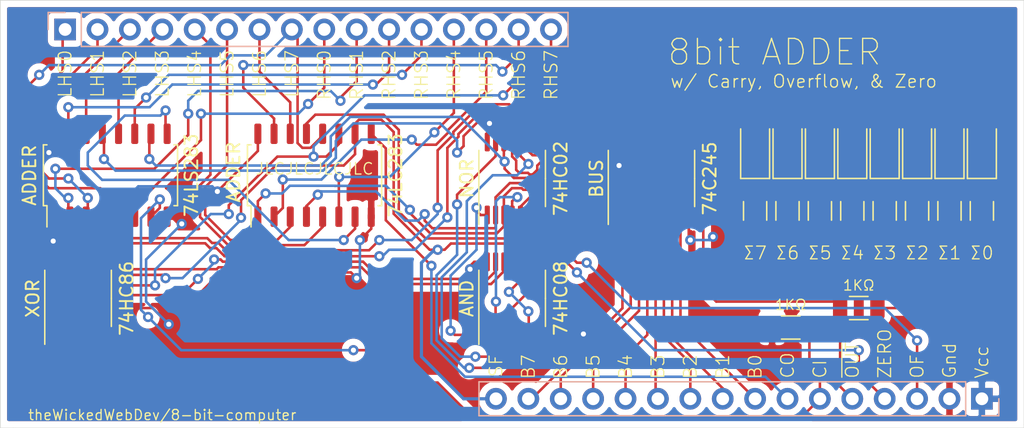
<source format=kicad_pcb>
(kicad_pcb (version 20171130) (host pcbnew "(5.1.10-1-10_14)")
  (layers (0 F.Cu signal) (31 B.Cu signal) (34 B.Paste user) (35 F.Paste user) (36 B.SilkS user) (37 F.SilkS user) (38 B.Mask user) (39 F.Mask user) (44 Edge.Cuts user))
  (net 0 "")
  (net 1 VCC)
  (net 2 GND)
  (net 3 "Net-(U3-Pad13)")
  (net 4 "Net-(U3-Pad10)")
  (net 5 "Net-(D1-Pad1)")
  (net 6 "Net-(D2-Pad1)")
  (net 7 "Net-(D3-Pad1)")
  (net 8 "Net-(D4-Pad1)")
  (net 9 "Net-(D5-Pad1)")
  (net 10 "Net-(D6-Pad1)")
  (net 11 "Net-(D7-Pad1)")
  (net 12 "Net-(D8-Pad1)")
  (net 13 Σ0)
  (net 14 Σ1)
  (net 15 Σ2)
  (net 16 Σ3)
  (net 17 Σ4)
  (net 18 Σ5)
  (net 19 Σ6)
  (net 20 Σ7)
  (net 21 LHS7)
  (net 22 LHS6)
  (net 23 LHS5)
  (net 24 LHS4)
  (net 25 LHS3)
  (net 26 LHS2)
  (net 27 LHS1)
  (net 28 LHS0)
  (net 29 RHS7)
  (net 30 RHS6)
  (net 31 RHS5)
  (net 32 RHS4)
  (net 33 RHS3)
  (net 34 RHS2)
  (net 35 RHS1)
  (net 36 RHS0)
  (net 37 CARRY_IN)
  (net 38 ~ALU_OUT)
  (net 39 OVERFLOW)
  (net 40 ZERO)
  (net 41 "Net-(U2-Pad13)")
  (net 42 "Net-(U2-Pad10)")
  (net 43 BUS_07)
  (net 44 BUS_06)
  (net 45 BUS_05)
  (net 46 BUS_04)
  (net 47 BUS_03)
  (net 48 BUS_02)
  (net 49 BUS_01)
  (net 50 BUS_00)
  (net 51 CARRY_OUT)
  (net 52 "Net-(U1-Pad9)")
  (net 53 "Net-(U2-Pad4)")
  (net 54 "Net-(U2-Pad1)")
  (net 55 "Net-(U3-Pad12)")
  (net 56 "Net-(U3-Pad3)")
  (module Connector_PinHeader_2.54mm:PinHeader_1x16_P2.54mm_Vertical (layer B.Cu) (at 184.404 106.426 90)
    (fp_text reference J2 hide)
    (fp_text value Conn_01x16)
    (pad 16 thru_hole oval (at 0 -38.1 90) (size 1.7 1.7) (drill 1) (layers *.Cu *.Mask) (net 20 Σ7))
    (pad 15 thru_hole oval (at 0 -35.56 90) (size 1.7 1.7) (drill 1) (layers *.Cu *.Mask) (net 43 BUS_07))
    (pad 14 thru_hole oval (at 0 -33.02 90) (size 1.7 1.7) (drill 1) (layers *.Cu *.Mask) (net 44 BUS_06))
    (pad 13 thru_hole oval (at 0 -30.48 90) (size 1.7 1.7) (drill 1) (layers *.Cu *.Mask) (net 45 BUS_05))
    (pad 12 thru_hole oval (at 0 -27.94 90) (size 1.7 1.7) (drill 1) (layers *.Cu *.Mask) (net 46 BUS_04))
    (pad 11 thru_hole oval (at 0 -25.4 90) (size 1.7 1.7) (drill 1) (layers *.Cu *.Mask) (net 47 BUS_03))
    (pad 10 thru_hole oval (at 0 -22.86 90) (size 1.7 1.7) (drill 1) (layers *.Cu *.Mask) (net 48 BUS_02))
    (pad 9 thru_hole oval (at 0 -20.32 90) (size 1.7 1.7) (drill 1) (layers *.Cu *.Mask) (net 49 BUS_01))
    (pad 8 thru_hole oval (at 0 -17.78 90) (size 1.7 1.7) (drill 1) (layers *.Cu *.Mask) (net 50 BUS_00))
    (pad 7 thru_hole oval (at 0 -15.24 90) (size 1.7 1.7) (drill 1) (layers *.Cu *.Mask) (net 51 CARRY_OUT))
    (pad 6 thru_hole oval (at 0 -12.7 90) (size 1.7 1.7) (drill 1) (layers *.Cu *.Mask) (net 37 CARRY_IN))
    (pad 5 thru_hole oval (at 0 -10.16 90) (size 1.7 1.7) (drill 1) (layers *.Cu *.Mask) (net 38 ~ALU_OUT))
    (pad 4 thru_hole oval (at 0 -7.62 90) (size 1.7 1.7) (drill 1) (layers *.Cu *.Mask) (net 40 ZERO))
    (pad 3 thru_hole oval (at 0 -5.08 90) (size 1.7 1.7) (drill 1) (layers *.Cu *.Mask) (net 39 OVERFLOW))
    (pad 2 thru_hole oval (at 0 -2.54 90) (size 1.7 1.7) (drill 1) (layers *.Cu *.Mask) (net 2 GND))
    (pad 1 thru_hole rect (at 0 0 90) (size 1.7 1.7) (drill 1) (layers *.Cu *.Mask) (net 1 VCC))
  )
  (module Resistor_SMD:R_1206_3216Metric (layer F.Cu) (at 169.418 100.838)
    (fp_text reference U16 hide)
    (fp_text value 0603WAF1001T5E)
    (pad 2 smd roundrect (at 1.4625 0) (size 1.125 1.75) (layers F.Cu F.Paste F.Mask) (roundrect_rratio 0.222222) (net 37 CARRY_IN))
    (pad 1 smd roundrect (at -1.4625 0) (size 1.125 1.75) (layers F.Cu F.Paste F.Mask) (roundrect_rratio 0.222222) (net 2 GND))
  )
  (module Resistor_SMD:R_1206_3216Metric (layer F.Cu) (at 166.624 91.694 270)
    (fp_text reference U15 hide)
    (fp_text value 0603WAF1001T5E hide)
    (pad 2 smd roundrect (at 1.4625 0 270) (size 1.125 1.75) (layers F.Cu F.Paste F.Mask) (roundrect_rratio 0.222222) (net 2 GND))
    (pad 1 smd roundrect (at -1.4625 0 270) (size 1.125 1.75) (layers F.Cu F.Paste F.Mask) (roundrect_rratio 0.222222) (net 12 "Net-(D8-Pad1)"))
  )
  (module Resistor_SMD:R_1206_3216Metric (layer F.Cu) (at 169.164 91.694 270)
    (fp_text reference U14 hide)
    (fp_text value 0603WAF1001T5E hide)
    (pad 2 smd roundrect (at 1.4625 0 270) (size 1.125 1.75) (layers F.Cu F.Paste F.Mask) (roundrect_rratio 0.222222) (net 2 GND))
    (pad 1 smd roundrect (at -1.4625 0 270) (size 1.125 1.75) (layers F.Cu F.Paste F.Mask) (roundrect_rratio 0.222222) (net 11 "Net-(D7-Pad1)"))
  )
  (module Resistor_SMD:R_1206_3216Metric (layer F.Cu) (at 171.704 91.694 270)
    (fp_text reference U13 hide)
    (fp_text value 0603WAF1001T5E hide)
    (pad 2 smd roundrect (at 1.4625 0 270) (size 1.125 1.75) (layers F.Cu F.Paste F.Mask) (roundrect_rratio 0.222222) (net 2 GND))
    (pad 1 smd roundrect (at -1.4625 0 270) (size 1.125 1.75) (layers F.Cu F.Paste F.Mask) (roundrect_rratio 0.222222) (net 10 "Net-(D6-Pad1)"))
  )
  (module Resistor_SMD:R_1206_3216Metric (layer F.Cu) (at 174.244 91.694 270)
    (fp_text reference U12 hide)
    (fp_text value 0603WAF1001T5E hide)
    (pad 2 smd roundrect (at 1.4625 0 270) (size 1.125 1.75) (layers F.Cu F.Paste F.Mask) (roundrect_rratio 0.222222) (net 2 GND))
    (pad 1 smd roundrect (at -1.4625 0 270) (size 1.125 1.75) (layers F.Cu F.Paste F.Mask) (roundrect_rratio 0.222222) (net 9 "Net-(D5-Pad1)"))
  )
  (module Resistor_SMD:R_1206_3216Metric (layer F.Cu) (at 176.784 91.694 270)
    (fp_text reference U11 hide)
    (fp_text value 0603WAF1001T5E hide)
    (pad 2 smd roundrect (at 1.4625 0 270) (size 1.125 1.75) (layers F.Cu F.Paste F.Mask) (roundrect_rratio 0.222222) (net 2 GND))
    (pad 1 smd roundrect (at -1.4625 0 270) (size 1.125 1.75) (layers F.Cu F.Paste F.Mask) (roundrect_rratio 0.222222) (net 8 "Net-(D4-Pad1)"))
  )
  (module Resistor_SMD:R_1206_3216Metric (layer F.Cu) (at 179.324 91.694 270)
    (fp_text reference U10 hide)
    (fp_text value 0603WAF1001T5E hide)
    (pad 2 smd roundrect (at 1.4625 0 270) (size 1.125 1.75) (layers F.Cu F.Paste F.Mask) (roundrect_rratio 0.222222) (net 2 GND))
    (pad 1 smd roundrect (at -1.4625 0 270) (size 1.125 1.75) (layers F.Cu F.Paste F.Mask) (roundrect_rratio 0.222222) (net 7 "Net-(D3-Pad1)"))
  )
  (module Resistor_SMD:R_1206_3216Metric (layer F.Cu) (at 181.864 91.694 270)
    (fp_text reference U9 hide)
    (fp_text value 0603WAF1001T5E hide)
    (pad 2 smd roundrect (at 1.4625 0 270) (size 1.125 1.75) (layers F.Cu F.Paste F.Mask) (roundrect_rratio 0.222222) (net 2 GND))
    (pad 1 smd roundrect (at -1.4625 0 270) (size 1.125 1.75) (layers F.Cu F.Paste F.Mask) (roundrect_rratio 0.222222) (net 6 "Net-(D2-Pad1)"))
  )
  (module Resistor_SMD:R_1206_3216Metric (layer F.Cu) (at 184.404 91.694 270)
    (fp_text reference U8 hide)
    (fp_text value 0603WAF1001T5E hide)
    (pad 2 smd roundrect (at 1.4625 0 270) (size 1.125 1.75) (layers F.Cu F.Paste F.Mask) (roundrect_rratio 0.222222) (net 2 GND))
    (pad 1 smd roundrect (at -1.4625 0 270) (size 1.125 1.75) (layers F.Cu F.Paste F.Mask) (roundrect_rratio 0.222222) (net 5 "Net-(D1-Pad1)"))
  )
  (module Package_SO:TSSOP-20_4.4x6.5mm_P0.65mm (layer F.Cu) (at 158.496 89.154 90)
    (fp_text reference U7 hide)
    (fp_text value 74HC245PW,118 hide)
    (fp_text user 74C245 (at 0 4.572 90) (layer F.SilkS))
    (fp_text user BUS (at 0 -4.318 90) (layer F.SilkS))
    (pad 20 smd roundrect (at 2.8625 -2.925 90) (size 1.475 0.4) (layers F.Cu F.Paste F.Mask) (net 1 VCC))
    (pad 19 smd roundrect (at 2.8625 -2.275 90) (size 1.475 0.4) (layers F.Cu F.Paste F.Mask) (net 38 ~ALU_OUT))
    (pad 18 smd roundrect (at 2.8625 -1.625 90) (size 1.475 0.4) (layers F.Cu F.Paste F.Mask) (net 20 Σ7))
    (pad 17 smd roundrect (at 2.8625 -0.975 90) (size 1.475 0.4) (layers F.Cu F.Paste F.Mask) (net 19 Σ6))
    (pad 16 smd roundrect (at 2.8625 -0.325 90) (size 1.475 0.4) (layers F.Cu F.Paste F.Mask) (net 18 Σ5))
    (pad 15 smd roundrect (at 2.8625 0.325 90) (size 1.475 0.4) (layers F.Cu F.Paste F.Mask) (net 17 Σ4))
    (pad 14 smd roundrect (at 2.8625 0.975 90) (size 1.475 0.4) (layers F.Cu F.Paste F.Mask) (net 16 Σ3))
    (pad 13 smd roundrect (at 2.8625 1.625 90) (size 1.475 0.4) (layers F.Cu F.Paste F.Mask) (net 15 Σ2))
    (pad 12 smd roundrect (at 2.8625 2.275 90) (size 1.475 0.4) (layers F.Cu F.Paste F.Mask) (net 14 Σ1))
    (pad 11 smd roundrect (at 2.8625 2.925 90) (size 1.475 0.4) (layers F.Cu F.Paste F.Mask) (net 13 Σ0))
    (pad 10 smd roundrect (at -2.8625 2.925 90) (size 1.475 0.4) (layers F.Cu F.Paste F.Mask) (net 2 GND))
    (pad 9 smd roundrect (at -2.8625 2.275 90) (size 1.475 0.4) (layers F.Cu F.Paste F.Mask) (net 50 BUS_00))
    (pad 8 smd roundrect (at -2.8625 1.625 90) (size 1.475 0.4) (layers F.Cu F.Paste F.Mask) (net 49 BUS_01))
    (pad 7 smd roundrect (at -2.8625 0.975 90) (size 1.475 0.4) (layers F.Cu F.Paste F.Mask) (net 48 BUS_02))
    (pad 6 smd roundrect (at -2.8625 0.325 90) (size 1.475 0.4) (layers F.Cu F.Paste F.Mask) (net 47 BUS_03))
    (pad 5 smd roundrect (at -2.8625 -0.325 90) (size 1.475 0.4) (layers F.Cu F.Paste F.Mask) (net 46 BUS_04))
    (pad 4 smd roundrect (at -2.8625 -0.975 90) (size 1.475 0.4) (layers F.Cu F.Paste F.Mask) (net 45 BUS_05))
    (pad 3 smd roundrect (at -2.8625 -1.625 90) (size 1.475 0.4) (layers F.Cu F.Paste F.Mask) (net 44 BUS_06))
    (pad 2 smd roundrect (at -2.8625 -2.275 90) (size 1.475 0.4) (layers F.Cu F.Paste F.Mask) (net 43 BUS_07))
    (pad 1 smd roundrect (at -2.8625 -2.925 90) (size 1.475 0.4) (layers F.Cu F.Paste F.Mask) (net 2 GND))
  )
  (module Resistor_SMD:R_1206_3216Metric (layer F.Cu) (at 174.752 99.314)
    (fp_text reference U6 hide)
    (fp_text value 0603WAF1001T5E hide)
    (pad 2 smd roundrect (at 1.4625 0) (size 1.125 1.75) (layers F.Cu F.Paste F.Mask) (roundrect_rratio 0.222222) (net 1 VCC))
    (pad 1 smd roundrect (at -1.4625 0) (size 1.125 1.75) (layers F.Cu F.Paste F.Mask) (roundrect_rratio 0.222222) (net 38 ~ALU_OUT))
  )
  (module Package_SO:TSSOP-14_4.4x5mm_P0.65mm (layer F.Cu) (at 113.538 98.552 90)
    (fp_text reference U5 hide)
    (fp_text value 74HC86PW,118 hide)
    (fp_text user 74HC86 (at 0 3.81 90) (layer F.SilkS))
    (fp_text user XOR (at 0 -3.556 90) (layer F.SilkS))
    (pad 14 smd roundrect (at 2.8625 -1.95 90) (size 1.475 0.4) (layers F.Cu F.Paste F.Mask) (net 1 VCC))
    (pad 13 smd roundrect (at 2.8625 -1.3 90) (size 1.475 0.4) (layers F.Cu F.Paste F.Mask))
    (pad 12 smd roundrect (at 2.8625 -0.65 90) (size 1.475 0.4) (layers F.Cu F.Paste F.Mask))
    (pad 11 smd roundrect (at 2.8625 0 90) (size 1.475 0.4) (layers F.Cu F.Paste F.Mask))
    (pad 10 smd roundrect (at 2.8625 0.65 90) (size 1.475 0.4) (layers F.Cu F.Paste F.Mask))
    (pad 9 smd roundrect (at 2.8625 1.3 90) (size 1.475 0.4) (layers F.Cu F.Paste F.Mask))
    (pad 8 smd roundrect (at 2.8625 1.95 90) (size 1.475 0.4) (layers F.Cu F.Paste F.Mask))
    (pad 7 smd roundrect (at -2.8625 1.95 90) (size 1.475 0.4) (layers F.Cu F.Paste F.Mask) (net 2 GND))
    (pad 6 smd roundrect (at -2.8625 1.3 90) (size 1.475 0.4) (layers F.Cu F.Paste F.Mask) (net 3 "Net-(U3-Pad13)"))
    (pad 5 smd roundrect (at -2.8625 0.65 90) (size 1.475 0.4) (layers F.Cu F.Paste F.Mask) (net 29 RHS7))
    (pad 4 smd roundrect (at -2.8625 0 90) (size 1.475 0.4) (layers F.Cu F.Paste F.Mask) (net 20 Σ7))
    (pad 3 smd roundrect (at -2.8625 -0.65 90) (size 1.475 0.4) (layers F.Cu F.Paste F.Mask) (net 55 "Net-(U3-Pad12)"))
    (pad 2 smd roundrect (at -2.8625 -1.3 90) (size 1.475 0.4) (layers F.Cu F.Paste F.Mask) (net 21 LHS7))
    (pad 1 smd roundrect (at -2.8625 -1.95 90) (size 1.475 0.4) (layers F.Cu F.Paste F.Mask) (net 20 Σ7))
  )
  (module Package_SO:SOIC-16_4.55x10.3mm_P1.27mm (layer F.Cu) (at 132.08 88.9 90)
    (fp_text reference U4 hide)
    (fp_text value 74LS283 hide)
    (fp_text user ADDER (at 0.254 -6.35 90) (layer F.SilkS))
    (fp_text user 74LC283 (at 0 6.35 90) (layer F.SilkS))
    (pad 16 smd roundrect (at 3.25 -4.445 90) (size 1.6 0.55) (layers F.Cu F.Paste F.Mask) (net 1 VCC))
    (pad 15 smd roundrect (at 3.25 -3.175 90) (size 1.6 0.55) (layers F.Cu F.Paste F.Mask) (net 30 RHS6))
    (pad 14 smd roundrect (at 3.25 -1.905 90) (size 1.6 0.55) (layers F.Cu F.Paste F.Mask) (net 22 LHS6))
    (pad 13 smd roundrect (at 3.25 -0.635 90) (size 1.6 0.55) (layers F.Cu F.Paste F.Mask) (net 19 Σ6))
    (pad 12 smd roundrect (at 3.25 0.635 90) (size 1.6 0.55) (layers F.Cu F.Paste F.Mask) (net 21 LHS7))
    (pad 11 smd roundrect (at 3.25 1.905 90) (size 1.6 0.55) (layers F.Cu F.Paste F.Mask) (net 29 RHS7))
    (pad 10 smd roundrect (at 3.25 3.175 90) (size 1.6 0.55) (layers F.Cu F.Paste F.Mask) (net 20 Σ7))
    (pad 9 smd roundrect (at 3.25 4.445 90) (size 1.6 0.55) (layers F.Cu F.Paste F.Mask) (net 51 CARRY_OUT))
    (pad 8 smd roundrect (at -3.25 4.445 90) (size 1.6 0.55) (layers F.Cu F.Paste F.Mask) (net 2 GND))
    (pad 7 smd roundrect (at -3.25 3.175 90) (size 1.6 0.55) (layers F.Cu F.Paste F.Mask) (net 52 "Net-(U1-Pad9)"))
    (pad 6 smd roundrect (at -3.25 1.905 90) (size 1.6 0.55) (layers F.Cu F.Paste F.Mask) (net 32 RHS4))
    (pad 5 smd roundrect (at -3.25 0.635 90) (size 1.6 0.55) (layers F.Cu F.Paste F.Mask) (net 24 LHS4))
    (pad 4 smd roundrect (at -3.25 -0.635 90) (size 1.6 0.55) (layers F.Cu F.Paste F.Mask) (net 17 Σ4))
    (pad 3 smd roundrect (at -3.25 -1.905 90) (size 1.6 0.55) (layers F.Cu F.Paste F.Mask) (net 23 LHS5))
    (pad 2 smd roundrect (at -3.25 -3.175 90) (size 1.6 0.55) (layers F.Cu F.Paste F.Mask) (net 31 RHS5))
    (pad 1 smd roundrect (at -3.25 -4.445 90) (size 1.6 0.55) (layers F.Cu F.Paste F.Mask) (net 18 Σ5))
  )
  (module Package_SO:TSSOP-14_4.4x5mm_P0.65mm (layer F.Cu) (at 147.574 98.552 90)
    (fp_text reference U3 hide)
    (fp_text value SN74HC08PWR hide)
    (fp_text user 74HC08 (at 0 3.81 90) (layer F.SilkS))
    (fp_text user AND (at 0 -3.556 90) (layer F.SilkS))
    (pad 14 smd roundrect (at 2.8625 -1.95 90) (size 1.475 0.4) (layers F.Cu F.Paste F.Mask) (net 1 VCC))
    (pad 13 smd roundrect (at 2.8625 -1.3 90) (size 1.475 0.4) (layers F.Cu F.Paste F.Mask) (net 3 "Net-(U3-Pad13)"))
    (pad 12 smd roundrect (at 2.8625 -0.65 90) (size 1.475 0.4) (layers F.Cu F.Paste F.Mask) (net 55 "Net-(U3-Pad12)"))
    (pad 11 smd roundrect (at 2.8625 0 90) (size 1.475 0.4) (layers F.Cu F.Paste F.Mask) (net 39 OVERFLOW))
    (pad 10 smd roundrect (at 2.8625 0.65 90) (size 1.475 0.4) (layers F.Cu F.Paste F.Mask) (net 4 "Net-(U3-Pad10)"))
    (pad 9 smd roundrect (at 2.8625 1.3 90) (size 1.475 0.4) (layers F.Cu F.Paste F.Mask) (net 56 "Net-(U3-Pad3)"))
    (pad 8 smd roundrect (at 2.8625 1.95 90) (size 1.475 0.4) (layers F.Cu F.Paste F.Mask) (net 40 ZERO))
    (pad 7 smd roundrect (at -2.8625 1.95 90) (size 1.475 0.4) (layers F.Cu F.Paste F.Mask) (net 2 GND))
    (pad 6 smd roundrect (at -2.8625 1.3 90) (size 1.475 0.4) (layers F.Cu F.Paste F.Mask) (net 4 "Net-(U3-Pad10)"))
    (pad 5 smd roundrect (at -2.8625 0.65 90) (size 1.475 0.4) (layers F.Cu F.Paste F.Mask) (net 41 "Net-(U2-Pad13)"))
    (pad 4 smd roundrect (at -2.8625 0 90) (size 1.475 0.4) (layers F.Cu F.Paste F.Mask) (net 42 "Net-(U2-Pad10)"))
    (pad 3 smd roundrect (at -2.8625 -0.65 90) (size 1.475 0.4) (layers F.Cu F.Paste F.Mask) (net 56 "Net-(U3-Pad3)"))
    (pad 2 smd roundrect (at -2.8625 -1.3 90) (size 1.475 0.4) (layers F.Cu F.Paste F.Mask) (net 53 "Net-(U2-Pad4)"))
    (pad 1 smd roundrect (at -2.8625 -1.95 90) (size 1.475 0.4) (layers F.Cu F.Paste F.Mask) (net 54 "Net-(U2-Pad1)"))
  )
  (module Package_SO:TSSOP-14_4.4x5mm_P0.65mm (layer F.Cu) (at 147.574 89.154 90)
    (fp_text reference U2 hide)
    (fp_text value SN74HC02PWRG4 hide)
    (fp_text user 74HC02 (at 0 3.81 90) (layer F.SilkS))
    (fp_text user NOR (at 0 -3.556 90) (layer F.SilkS))
    (pad 14 smd roundrect (at 2.8625 -1.95 90) (size 1.475 0.4) (layers F.Cu F.Paste F.Mask) (net 1 VCC))
    (pad 13 smd roundrect (at 2.8625 -1.3 90) (size 1.475 0.4) (layers F.Cu F.Paste F.Mask) (net 41 "Net-(U2-Pad13)"))
    (pad 12 smd roundrect (at 2.8625 -0.65 90) (size 1.475 0.4) (layers F.Cu F.Paste F.Mask) (net 16 Σ3))
    (pad 11 smd roundrect (at 2.8625 0 90) (size 1.475 0.4) (layers F.Cu F.Paste F.Mask) (net 15 Σ2))
    (pad 10 smd roundrect (at 2.8625 0.65 90) (size 1.475 0.4) (layers F.Cu F.Paste F.Mask) (net 42 "Net-(U2-Pad10)"))
    (pad 9 smd roundrect (at 2.8625 1.3 90) (size 1.475 0.4) (layers F.Cu F.Paste F.Mask) (net 14 Σ1))
    (pad 8 smd roundrect (at 2.8625 1.95 90) (size 1.475 0.4) (layers F.Cu F.Paste F.Mask) (net 13 Σ0))
    (pad 7 smd roundrect (at -2.8625 1.95 90) (size 1.475 0.4) (layers F.Cu F.Paste F.Mask) (net 2 GND))
    (pad 6 smd roundrect (at -2.8625 1.3 90) (size 1.475 0.4) (layers F.Cu F.Paste F.Mask) (net 20 Σ7))
    (pad 5 smd roundrect (at -2.8625 0.65 90) (size 1.475 0.4) (layers F.Cu F.Paste F.Mask) (net 19 Σ6))
    (pad 4 smd roundrect (at -2.8625 0 90) (size 1.475 0.4) (layers F.Cu F.Paste F.Mask) (net 53 "Net-(U2-Pad4)"))
    (pad 3 smd roundrect (at -2.8625 -0.65 90) (size 1.475 0.4) (layers F.Cu F.Paste F.Mask) (net 18 Σ5))
    (pad 2 smd roundrect (at -2.8625 -1.3 90) (size 1.475 0.4) (layers F.Cu F.Paste F.Mask) (net 17 Σ4))
    (pad 1 smd roundrect (at -2.8625 -1.95 90) (size 1.475 0.4) (layers F.Cu F.Paste F.Mask) (net 54 "Net-(U2-Pad1)"))
  )
  (module Package_SO:SOIC-16_4.55x10.3mm_P1.27mm (layer F.Cu) (at 116.078 88.9 90)
    (fp_text reference U1 hide)
    (fp_text value 74LS283 hide)
    (fp_text user ADDER (at 0 -6.35 90) (layer F.SilkS))
    (fp_text user 74LS283 (at 0 6.35 90) (layer F.SilkS))
    (pad 16 smd roundrect (at 3.25 -4.445 90) (size 1.6 0.55) (layers F.Cu F.Paste F.Mask) (net 1 VCC))
    (pad 15 smd roundrect (at 3.25 -3.175 90) (size 1.6 0.55) (layers F.Cu F.Paste F.Mask) (net 34 RHS2))
    (pad 14 smd roundrect (at 3.25 -1.905 90) (size 1.6 0.55) (layers F.Cu F.Paste F.Mask) (net 26 LHS2))
    (pad 13 smd roundrect (at 3.25 -0.635 90) (size 1.6 0.55) (layers F.Cu F.Paste F.Mask) (net 15 Σ2))
    (pad 12 smd roundrect (at 3.25 0.635 90) (size 1.6 0.55) (layers F.Cu F.Paste F.Mask) (net 25 LHS3))
    (pad 11 smd roundrect (at 3.25 1.905 90) (size 1.6 0.55) (layers F.Cu F.Paste F.Mask) (net 33 RHS3))
    (pad 10 smd roundrect (at 3.25 3.175 90) (size 1.6 0.55) (layers F.Cu F.Paste F.Mask) (net 16 Σ3))
    (pad 9 smd roundrect (at 3.25 4.445 90) (size 1.6 0.55) (layers F.Cu F.Paste F.Mask) (net 52 "Net-(U1-Pad9)"))
    (pad 8 smd roundrect (at -3.25 4.445 90) (size 1.6 0.55) (layers F.Cu F.Paste F.Mask) (net 2 GND))
    (pad 7 smd roundrect (at -3.25 3.175 90) (size 1.6 0.55) (layers F.Cu F.Paste F.Mask) (net 37 CARRY_IN))
    (pad 6 smd roundrect (at -3.25 1.905 90) (size 1.6 0.55) (layers F.Cu F.Paste F.Mask) (net 36 RHS0))
    (pad 5 smd roundrect (at -3.25 0.635 90) (size 1.6 0.55) (layers F.Cu F.Paste F.Mask) (net 28 LHS0))
    (pad 4 smd roundrect (at -3.25 -0.635 90) (size 1.6 0.55) (layers F.Cu F.Paste F.Mask) (net 13 Σ0))
    (pad 3 smd roundrect (at -3.25 -1.905 90) (size 1.6 0.55) (layers F.Cu F.Paste F.Mask) (net 27 LHS1))
    (pad 2 smd roundrect (at -3.25 -3.175 90) (size 1.6 0.55) (layers F.Cu F.Paste F.Mask) (net 35 RHS1))
    (pad 1 smd roundrect (at -3.25 -4.445 90) (size 1.6 0.55) (layers F.Cu F.Paste F.Mask) (net 14 Σ1))
  )
  (module Connector_PinHeader_2.54mm:PinHeader_1x16_P2.54mm_Vertical (layer B.Cu) (at 112.522 77.47 270)
    (fp_text reference J1 hide)
    (fp_text value Conn_01x16 hide)
    (pad 16 thru_hole oval (at 0 -38.1 270) (size 1.7 1.7) (drill 1) (layers *.Cu *.Mask) (net 29 RHS7))
    (pad 15 thru_hole oval (at 0 -35.56 270) (size 1.7 1.7) (drill 1) (layers *.Cu *.Mask) (net 30 RHS6))
    (pad 14 thru_hole oval (at 0 -33.02 270) (size 1.7 1.7) (drill 1) (layers *.Cu *.Mask) (net 31 RHS5))
    (pad 13 thru_hole oval (at 0 -30.48 270) (size 1.7 1.7) (drill 1) (layers *.Cu *.Mask) (net 32 RHS4))
    (pad 12 thru_hole oval (at 0 -27.94 270) (size 1.7 1.7) (drill 1) (layers *.Cu *.Mask) (net 33 RHS3))
    (pad 11 thru_hole oval (at 0 -25.4 270) (size 1.7 1.7) (drill 1) (layers *.Cu *.Mask) (net 34 RHS2))
    (pad 10 thru_hole oval (at 0 -22.86 270) (size 1.7 1.7) (drill 1) (layers *.Cu *.Mask) (net 35 RHS1))
    (pad 9 thru_hole oval (at 0 -20.32 270) (size 1.7 1.7) (drill 1) (layers *.Cu *.Mask) (net 36 RHS0))
    (pad 8 thru_hole oval (at 0 -17.78 270) (size 1.7 1.7) (drill 1) (layers *.Cu *.Mask) (net 21 LHS7))
    (pad 7 thru_hole oval (at 0 -15.24 270) (size 1.7 1.7) (drill 1) (layers *.Cu *.Mask) (net 22 LHS6))
    (pad 6 thru_hole oval (at 0 -12.7 270) (size 1.7 1.7) (drill 1) (layers *.Cu *.Mask) (net 23 LHS5))
    (pad 5 thru_hole oval (at 0 -10.16 270) (size 1.7 1.7) (drill 1) (layers *.Cu *.Mask) (net 24 LHS4))
    (pad 4 thru_hole oval (at 0 -7.62 270) (size 1.7 1.7) (drill 1) (layers *.Cu *.Mask) (net 25 LHS3))
    (pad 3 thru_hole oval (at 0 -5.08 270) (size 1.7 1.7) (drill 1) (layers *.Cu *.Mask) (net 26 LHS2))
    (pad 2 thru_hole oval (at 0 -2.54 270) (size 1.7 1.7) (drill 1) (layers *.Cu *.Mask) (net 27 LHS1))
    (pad 1 thru_hole rect (at 0 0 270) (size 1.7 1.7) (drill 1) (layers *.Cu *.Mask) (net 28 LHS0))
  )
  (module LED_SMD:LED_1206_3216Metric (layer F.Cu) (at 166.624 86.868 90)
    (fp_text reference D8 hide)
    (fp_text value C2297 hide)
    (pad 2 smd roundrect (at 1.4 0 90) (size 1.25 1.75) (layers F.Cu F.Paste F.Mask) (roundrect_rratio 0.2) (net 20 Σ7))
    (pad 1 smd roundrect (at -1.4 0 90) (size 1.25 1.75) (layers F.Cu F.Paste F.Mask) (roundrect_rratio 0.2) (net 12 "Net-(D8-Pad1)"))
  )
  (module LED_SMD:LED_1206_3216Metric (layer F.Cu) (at 169.164 86.868 90)
    (fp_text reference D7 hide)
    (fp_text value C2297 hide)
    (pad 2 smd roundrect (at 1.4 0 90) (size 1.25 1.75) (layers F.Cu F.Paste F.Mask) (roundrect_rratio 0.2) (net 19 Σ6))
    (pad 1 smd roundrect (at -1.4 0 90) (size 1.25 1.75) (layers F.Cu F.Paste F.Mask) (roundrect_rratio 0.2) (net 11 "Net-(D7-Pad1)"))
  )
  (module LED_SMD:LED_1206_3216Metric (layer F.Cu) (at 171.704 86.868 90)
    (fp_text reference D6 hide)
    (fp_text value C2297 hide)
    (pad 2 smd roundrect (at 1.4 0 90) (size 1.25 1.75) (layers F.Cu F.Paste F.Mask) (roundrect_rratio 0.2) (net 18 Σ5))
    (pad 1 smd roundrect (at -1.4 0 90) (size 1.25 1.75) (layers F.Cu F.Paste F.Mask) (roundrect_rratio 0.2) (net 10 "Net-(D6-Pad1)"))
  )
  (module LED_SMD:LED_1206_3216Metric (layer F.Cu) (at 174.244 86.868 90)
    (fp_text reference D5 hide)
    (fp_text value C2297 hide)
    (pad 2 smd roundrect (at 1.4 0 90) (size 1.25 1.75) (layers F.Cu F.Paste F.Mask) (roundrect_rratio 0.2) (net 17 Σ4))
    (pad 1 smd roundrect (at -1.4 0 90) (size 1.25 1.75) (layers F.Cu F.Paste F.Mask) (roundrect_rratio 0.2) (net 9 "Net-(D5-Pad1)"))
  )
  (module LED_SMD:LED_1206_3216Metric (layer F.Cu) (at 176.784 86.868 90)
    (fp_text reference D4 hide)
    (fp_text value C2297 hide)
    (pad 2 smd roundrect (at 1.4 0 90) (size 1.25 1.75) (layers F.Cu F.Paste F.Mask) (roundrect_rratio 0.2) (net 16 Σ3))
    (pad 1 smd roundrect (at -1.4 0 90) (size 1.25 1.75) (layers F.Cu F.Paste F.Mask) (roundrect_rratio 0.2) (net 8 "Net-(D4-Pad1)"))
  )
  (module LED_SMD:LED_1206_3216Metric (layer F.Cu) (at 179.324 86.868 90)
    (fp_text reference D3 hide)
    (fp_text value C2297 hide)
    (pad 2 smd roundrect (at 1.4 0 90) (size 1.25 1.75) (layers F.Cu F.Paste F.Mask) (roundrect_rratio 0.2) (net 15 Σ2))
    (pad 1 smd roundrect (at -1.4 0 90) (size 1.25 1.75) (layers F.Cu F.Paste F.Mask) (roundrect_rratio 0.2) (net 7 "Net-(D3-Pad1)"))
  )
  (module LED_SMD:LED_1206_3216Metric (layer F.Cu) (at 181.864 86.868 90)
    (fp_text reference D2 hide)
    (fp_text value C2297 hide)
    (pad 2 smd roundrect (at 1.4 0 90) (size 1.25 1.75) (layers F.Cu F.Paste F.Mask) (roundrect_rratio 0.2) (net 14 Σ1))
    (pad 1 smd roundrect (at -1.4 0 90) (size 1.25 1.75) (layers F.Cu F.Paste F.Mask) (roundrect_rratio 0.2) (net 6 "Net-(D2-Pad1)"))
  )
  (module LED_SMD:LED_1206_3216Metric (layer F.Cu) (at 184.404 86.868 90)
    (fp_text reference D1 hide)
    (fp_text value C2297 hide)
    (pad 2 smd roundrect (at 1.4 0 90) (size 1.25 1.75) (layers F.Cu F.Paste F.Mask) (roundrect_rratio 0.2) (net 13 Σ0))
    (pad 1 smd roundrect (at -1.4 0 90) (size 1.25 1.75) (layers F.Cu F.Paste F.Mask) (roundrect_rratio 0.2) (net 5 "Net-(D1-Pad1)"))
  )
  (gr_text SF (at 146.304 102.87 90) (layer F.SilkS) (effects (font (size 1 1) (thickness 0.1)) (justify right)))
  (gr_text "w/ Carry, Overflow, & Zero" (at 170.434 81.534) (layer F.SilkS) (effects (font (size 1 1) (thickness 0.1))))
  (gr_text 1KΩ (at 169.418 99.06) (layer F.SilkS) (effects (font (size 0.8 0.8) (thickness 0.1))))
  (gr_text 1KΩ (at 174.752 97.536) (layer F.SilkS) (effects (font (size 0.8 0.8) (thickness 0.1))))
  (gr_text Vcc (at 184.404 104.902 90) (layer F.SilkS) (effects (font (size 1 1) (thickness 0.1)) (justify left)))
  (gr_text Gnd (at 181.864 104.902 90) (layer F.SilkS) (effects (font (size 1 1) (thickness 0.1)) (justify left)))
  (gr_text OF (at 179.324 104.902 90) (layer F.SilkS) (effects (font (size 1 1) (thickness 0.1)) (justify left)))
  (gr_text ZERO (at 176.784 104.902 90) (layer F.SilkS) (effects (font (size 1 1) (thickness 0.1)) (justify left)))
  (gr_text ~OUT (at 174.244 104.902 90) (layer F.SilkS) (effects (font (size 1 1) (thickness 0.1)) (justify left)))
  (gr_text CI (at 171.704 104.902 90) (layer F.SilkS) (effects (font (size 1 1) (thickness 0.1)) (justify left)))
  (gr_text CO (at 169.164 104.902 90) (layer F.SilkS) (effects (font (size 1 1) (thickness 0.1)) (justify left)))
  (gr_text Σ7 (at 166.624 94.996) (layer F.SilkS) (effects (font (size 1 1) (thickness 0.1))))
  (gr_text Σ6 (at 169.164 94.996) (layer F.SilkS) (effects (font (size 1 1) (thickness 0.1))))
  (gr_text Σ5 (at 171.704 94.996) (layer F.SilkS) (effects (font (size 1 1) (thickness 0.1))))
  (gr_text Σ4 (at 174.244 94.996) (layer F.SilkS) (effects (font (size 1 1) (thickness 0.1))))
  (gr_text Σ3 (at 176.784 94.996) (layer F.SilkS) (effects (font (size 1 1) (thickness 0.1))))
  (gr_text Σ2 (at 179.324 94.996) (layer F.SilkS) (effects (font (size 1 1) (thickness 0.1))))
  (gr_text Σ1 (at 181.864 94.996) (layer F.SilkS) (effects (font (size 1 1) (thickness 0.1))))
  (gr_text Σ0 (at 184.404 94.996) (layer F.SilkS) (effects (font (size 1 1) (thickness 0.1))))
  (gr_line (start 108.458 75.184) (end 107.442 75.184) (layer Edge.Cuts) (width 0.05))
  (gr_line (start 108.458 108.712) (end 107.442 108.712) (layer Edge.Cuts) (width 0.05))
  (gr_line (start 187.706 108.712) (end 187.706 108.458) (layer Edge.Cuts) (width 0.05))
  (gr_line (start 186.436 108.712) (end 187.706 108.712) (layer Edge.Cuts) (width 0.05))
  (gr_line (start 186.436 75.184) (end 187.706 75.184) (layer Edge.Cuts) (width 0.05))
  (gr_line (start 108.458 108.712) (end 186.436 108.712) (layer Edge.Cuts) (width 0.05))
  (gr_line (start 107.442 75.184) (end 107.442 108.712) (layer Edge.Cuts) (width 0.05))
  (gr_line (start 186.436 75.184) (end 108.458 75.184) (layer Edge.Cuts) (width 0.05))
  (gr_line (start 187.706 108.458) (end 187.706 75.184) (layer Edge.Cuts) (width 0.05))
  (gr_text JLCJLCJLCJLC (at 132.08 88.392) (layer F.SilkS) (effects (font (size 0.9 0.9) (thickness 0.1))))
  (gr_text B0 (at 166.624 102.87 90) (layer F.SilkS) (effects (font (size 1 1) (thickness 0.1)) (justify right)))
  (gr_text B1 (at 164.084 102.87 90) (layer F.SilkS) (effects (font (size 1 1) (thickness 0.1)) (justify right)))
  (gr_text B2 (at 161.544 102.87 90) (layer F.SilkS) (effects (font (size 1 1) (thickness 0.1)) (justify right)))
  (gr_text B3 (at 159.004 102.87 90) (layer F.SilkS) (effects (font (size 1 1) (thickness 0.1)) (justify right)))
  (gr_text B4 (at 156.464 102.87 90) (layer F.SilkS) (effects (font (size 1 1) (thickness 0.1)) (justify right)))
  (gr_text B5 (at 153.924 102.87 90) (layer F.SilkS) (effects (font (size 1 1) (thickness 0.1)) (justify right)))
  (gr_text B6 (at 151.384 102.87 90) (layer F.SilkS) (effects (font (size 1 1) (thickness 0.1)) (justify right)))
  (gr_text B7 (at 148.844 102.87 90) (layer F.SilkS) (effects (font (size 1 1) (thickness 0.1)) (justify right)))
  (gr_text LHS2 (at 117.602 78.994 90) (layer F.SilkS) (effects (font (size 1 1) (thickness 0.1)) (justify right)))
  (gr_text LHS3 (at 120.142 78.994 90) (layer F.SilkS) (effects (font (size 1 1) (thickness 0.1)) (justify right)))
  (gr_text LHS7 (at 130.302 78.994 90) (layer F.SilkS) (effects (font (size 1 1) (thickness 0.1)) (justify right)))
  (gr_text LHS5 (at 125.222 78.994 90) (layer F.SilkS) (effects (font (size 1 1) (thickness 0.1)) (justify right)))
  (gr_text LHS6 (at 127.762 78.994 90) (layer F.SilkS) (effects (font (size 1 1) (thickness 0.1)) (justify right)))
  (gr_text LHS4 (at 122.682 78.994 90) (layer F.SilkS) (effects (font (size 1 1) (thickness 0.1)) (justify right)))
  (gr_text LHS0 (at 112.522 78.994 90) (layer F.SilkS) (effects (font (size 1 1) (thickness 0.1)) (justify right)))
  (gr_text LHS1 (at 115.062 78.994 90) (layer F.SilkS) (effects (font (size 1 1) (thickness 0.1)) (justify right)))
  (gr_text RHS7 (at 150.622 78.994 90) (layer F.SilkS) (effects (font (size 1 1) (thickness 0.1)) (justify right)))
  (gr_text RHS6 (at 148.082 78.994 90) (layer F.SilkS) (effects (font (size 1 1) (thickness 0.1)) (justify right)))
  (gr_text RHS4 (at 143.002 78.994 90) (layer F.SilkS) (effects (font (size 1 1) (thickness 0.1)) (justify right)))
  (gr_text RHS5 (at 145.542 78.994 90) (layer F.SilkS) (effects (font (size 1 1) (thickness 0.1)) (justify right)))
  (gr_text RHS2 (at 137.922 78.994 90) (layer F.SilkS) (effects (font (size 1 1) (thickness 0.1)) (justify right)))
  (gr_text RHS3 (at 140.462 78.994 90) (layer F.SilkS) (effects (font (size 1 1) (thickness 0.1)) (justify right)))
  (gr_text RHS1 (at 135.382 78.994 90) (layer F.SilkS) (effects (font (size 1 1) (thickness 0.1)) (justify right)))
  (gr_text RHS0 (at 132.842 78.994 90) (layer F.SilkS) (effects (font (size 1 1) (thickness 0.1)) (justify right)))
  (gr_text theWickedWebDev/8-bit-computer (at 120.142 107.696) (layer F.SilkS) (effects (font (size 0.8 0.8) (thickness 0.1))))
  (gr_text "8bit ADDER" (at 168.148 79.248) (layer F.SilkS) (effects (font (size 2 2) (thickness 0.1))))
  (segment (start 155.571 86.2915) (end 155.571 87.753) (width 0.2) (layer F.Cu) (net 1))
  (via (at 155.956 88.138) (size 0.8) (drill 0.4) (layers F.Cu B.Cu) (net 1))
  (segment (start 155.571 87.753) (end 155.956 88.138) (width 0.2) (layer F.Cu) (net 1))
  (segment (start 145.624 95.6895) (end 144.5945 95.6895) (width 0.2) (layer F.Cu) (net 1))
  (via (at 144.272 96.266) (size 0.8) (drill 0.4) (layers F.Cu B.Cu) (net 1))
  (segment (start 144.272 96.012) (end 144.272 96.266) (width 0.2) (layer F.Cu) (net 1))
  (segment (start 144.5945 95.6895) (end 144.272 96.012) (width 0.2) (layer F.Cu) (net 1))
  (segment (start 144.272 96.266) (end 144.272 99.06) (width 0.2) (layer B.Cu) (net 1))
  (segment (start 144.272 99.06) (end 147.828 102.616) (width 0.2) (layer B.Cu) (net 1))
  (segment (start 147.828 102.616) (end 151.13 102.616) (width 0.2) (layer B.Cu) (net 1))
  (segment (start 152.4 101.346) (end 153.162 101.346) (width 0.2) (layer B.Cu) (net 1))
  (segment (start 151.13 102.616) (end 152.4 101.346) (width 0.2) (layer B.Cu) (net 1))
  (via (at 153.162 101.346) (size 0.8) (drill 0.4) (layers F.Cu B.Cu) (net 1))
  (segment (start 111.588 95.6895) (end 111.588 94.062) (width 0.2) (layer F.Cu) (net 1))
  (via (at 111.588 94.062) (size 0.8) (drill 0.4) (layers F.Cu B.Cu) (net 1))
  (segment (start 111.588 94.062) (end 111.588 92.792) (width 0.2) (layer B.Cu) (net 1))
  (segment (start 111.588 92.792) (end 110.744 91.948) (width 0.2) (layer B.Cu) (net 1))
  (segment (start 110.744 91.948) (end 110.744 87.63) (width 0.2) (layer B.Cu) (net 1))
  (segment (start 110.744 87.63) (end 111.252 87.122) (width 0.2) (layer B.Cu) (net 1))
  (via (at 111.252 87.122) (size 0.8) (drill 0.4) (layers F.Cu B.Cu) (net 1))
  (segment (start 111.633 86.741) (end 111.252 87.122) (width 0.2) (layer F.Cu) (net 1))
  (segment (start 111.633 85.65) (end 111.633 86.741) (width 0.2) (layer F.Cu) (net 1))
  (segment (start 127.635 85.65) (end 127.635 86.994994) (width 0.2) (layer F.Cu) (net 1))
  (via (at 124.46 90.169994) (size 0.8) (drill 0.4) (layers F.Cu B.Cu) (net 1))
  (segment (start 118.256005 89.769995) (end 124.060001 89.769995) (width 0.2) (layer B.Cu) (net 1))
  (segment (start 124.060001 89.769995) (end 124.46 90.169994) (width 0.2) (layer B.Cu) (net 1))
  (segment (start 113.964 94.062) (end 118.256005 89.769995) (width 0.2) (layer B.Cu) (net 1))
  (segment (start 111.588 94.062) (end 113.964 94.062) (width 0.2) (layer B.Cu) (net 1))
  (segment (start 127.635 86.994994) (end 124.46 90.169994) (width 0.2) (layer F.Cu) (net 1))
  (segment (start 179.07 99.314) (end 176.2145 99.314) (width 0.2) (layer F.Cu) (net 1))
  (segment (start 184.404 104.648) (end 179.07 99.314) (width 0.2) (layer F.Cu) (net 1))
  (segment (start 184.404 106.426) (end 184.404 104.648) (width 0.2) (layer F.Cu) (net 1))
  (segment (start 145.796 84.836) (end 152.654 84.836) (width 0.2) (layer B.Cu) (net 1))
  (segment (start 145.624 85.008) (end 145.796 84.836) (width 0.2) (layer F.Cu) (net 1))
  (segment (start 152.654 84.836) (end 155.956 88.138) (width 0.2) (layer B.Cu) (net 1))
  (segment (start 145.624 86.2915) (end 145.624 85.008) (width 0.2) (layer F.Cu) (net 1))
  (via (at 145.796 84.836) (size 0.8) (drill 0.4) (layers F.Cu B.Cu) (net 1))
  (segment (start 166.624 93.1565) (end 184.404 93.1565) (width 0.5) (layer F.Cu) (net 2))
  (segment (start 161.421 92.0165) (end 161.421 93.857) (width 0.2) (layer F.Cu) (net 2))
  (via (at 161.544 93.98) (size 0.8) (drill 0.4) (layers F.Cu B.Cu) (net 2))
  (segment (start 161.421 93.857) (end 161.544 93.98) (width 0.2) (layer F.Cu) (net 2))
  (segment (start 161.544 93.98) (end 163.068 93.98) (width 0.2) (layer B.Cu) (net 2))
  (via (at 163.322 93.726) (size 0.8) (drill 0.4) (layers F.Cu B.Cu) (net 2))
  (segment (start 163.068 93.98) (end 163.322 93.726) (width 0.2) (layer B.Cu) (net 2))
  (segment (start 161.421 92.0165) (end 161.421 91.063) (width 0.2) (layer F.Cu) (net 2))
  (segment (start 161.421 91.063) (end 161.036 90.678) (width 0.2) (layer F.Cu) (net 2))
  (segment (start 156.172 90.678) (end 155.571 91.279) (width 0.2) (layer F.Cu) (net 2))
  (segment (start 155.571 91.279) (end 155.571 92.0165) (width 0.2) (layer F.Cu) (net 2))
  (segment (start 161.036 90.678) (end 156.172 90.678) (width 0.2) (layer F.Cu) (net 2))
  (segment (start 149.524 101.4145) (end 150.5535 101.4145) (width 0.2) (layer F.Cu) (net 2))
  (segment (start 155.571 96.397) (end 155.571 92.0165) (width 0.2) (layer F.Cu) (net 2))
  (segment (start 150.5535 101.4145) (end 155.571 96.397) (width 0.2) (layer F.Cu) (net 2))
  (segment (start 149.524 92.0165) (end 155.571 92.0165) (width 0.2) (layer F.Cu) (net 2))
  (segment (start 136.525 92.15) (end 136.525 93.091) (width 0.2) (layer F.Cu) (net 2))
  (via (at 135.636 93.98) (size 0.8) (drill 0.4) (layers F.Cu B.Cu) (net 2))
  (segment (start 136.525 93.091) (end 135.636 93.98) (width 0.2) (layer F.Cu) (net 2))
  (segment (start 120.523 92.15) (end 120.852 92.15) (width 0.2) (layer F.Cu) (net 2))
  (via (at 121.666 92.71) (size 0.8) (drill 0.4) (layers F.Cu B.Cu) (net 2))
  (segment (start 121.412 92.71) (end 121.666 92.71) (width 0.2) (layer F.Cu) (net 2))
  (segment (start 120.852 92.15) (end 121.412 92.71) (width 0.2) (layer F.Cu) (net 2))
  (segment (start 121.666 92.71) (end 118.872 95.504) (width 0.2) (layer B.Cu) (net 2))
  (segment (start 118.872 95.504) (end 118.872 98.806) (width 0.2) (layer B.Cu) (net 2))
  (segment (start 118.872 98.806) (end 120.65 100.584) (width 0.2) (layer B.Cu) (net 2))
  (via (at 120.65 100.584) (size 0.8) (drill 0.4) (layers F.Cu B.Cu) (net 2))
  (segment (start 115.488 101.4145) (end 117.5885 99.314) (width 0.2) (layer F.Cu) (net 2))
  (segment (start 119.38 99.314) (end 120.65 100.584) (width 0.2) (layer F.Cu) (net 2))
  (segment (start 117.5885 99.314) (end 119.38 99.314) (width 0.2) (layer F.Cu) (net 2))
  (segment (start 135.636 93.98) (end 135.636 96.71201) (width 0.2) (layer B.Cu) (net 2))
  (via (at 135.382 96.96601) (size 0.8) (drill 0.4) (layers F.Cu B.Cu) (net 2))
  (segment (start 135.636 96.71201) (end 135.382 96.96601) (width 0.2) (layer B.Cu) (net 2))
  (segment (start 134.93599 96.52) (end 135.382 96.96601) (width 0.2) (layer F.Cu) (net 2))
  (segment (start 124.714 96.52) (end 134.93599 96.52) (width 0.2) (layer F.Cu) (net 2))
  (segment (start 120.65 100.584) (end 124.714 96.52) (width 0.2) (layer F.Cu) (net 2))
  (segment (start 166.0545 93.726) (end 166.624 93.1565) (width 0.2) (layer F.Cu) (net 2))
  (segment (start 163.322 93.726) (end 166.0545 93.726) (width 0.2) (layer F.Cu) (net 2))
  (segment (start 114.838 100.677) (end 117.217 98.298) (width 0.2) (layer F.Cu) (net 3))
  (segment (start 114.838 101.4145) (end 114.838 100.677) (width 0.2) (layer F.Cu) (net 3))
  (segment (start 117.217 98.298) (end 121.666 98.298) (width 0.2) (layer F.Cu) (net 3))
  (via (at 122.936 97.028) (size 0.8) (drill 0.4) (layers F.Cu B.Cu) (net 3))
  (segment (start 121.666 98.298) (end 122.936 97.028) (width 0.2) (layer F.Cu) (net 3))
  (segment (start 122.936 97.028) (end 124.206 95.758) (width 0.2) (layer B.Cu) (net 3))
  (via (at 124.206 95.504) (size 0.8) (drill 0.4) (layers F.Cu B.Cu) (net 3))
  (segment (start 124.206 95.758) (end 124.206 95.504) (width 0.2) (layer B.Cu) (net 3))
  (segment (start 124.206 95.504) (end 124.714 95.504) (width 0.2) (layer F.Cu) (net 3))
  (segment (start 124.714 95.504) (end 124.883988 95.673988) (width 0.2) (layer F.Cu) (net 3))
  (segment (start 145.673 97.028) (end 146.274 96.427) (width 0.2) (layer F.Cu) (net 3))
  (segment (start 124.883988 95.673988) (end 135.88369 95.673988) (width 0.2) (layer F.Cu) (net 3))
  (segment (start 135.88369 95.673988) (end 137.237702 97.028) (width 0.2) (layer F.Cu) (net 3))
  (segment (start 137.237702 97.028) (end 145.673 97.028) (width 0.2) (layer F.Cu) (net 3))
  (segment (start 146.274 96.427) (end 146.274 95.6895) (width 0.2) (layer F.Cu) (net 3))
  (segment (start 148.224 95.6895) (end 148.224 97.14) (width 0.2) (layer F.Cu) (net 4))
  (via (at 147.32 98.044) (size 0.8) (drill 0.4) (layers F.Cu B.Cu) (net 4))
  (segment (start 148.224 97.14) (end 147.32 98.044) (width 0.2) (layer F.Cu) (net 4))
  (segment (start 147.32 98.044) (end 148.844 99.568) (width 0.2) (layer B.Cu) (net 4))
  (via (at 148.844 99.568) (size 0.8) (drill 0.4) (layers F.Cu B.Cu) (net 4))
  (segment (start 148.874 99.598) (end 148.844 99.568) (width 0.2) (layer F.Cu) (net 4))
  (segment (start 148.874 101.4145) (end 148.874 99.598) (width 0.2) (layer F.Cu) (net 4))
  (segment (start 184.404 88.268) (end 184.404 90.2315) (width 0.5) (layer F.Cu) (net 5))
  (segment (start 181.864 90.2315) (end 181.864 88.268) (width 0.5) (layer F.Cu) (net 6))
  (segment (start 179.324 88.268) (end 179.324 90.2315) (width 0.5) (layer F.Cu) (net 7))
  (segment (start 176.784 90.2315) (end 176.784 88.268) (width 0.5) (layer F.Cu) (net 8))
  (segment (start 174.244 88.268) (end 174.244 90.2315) (width 0.5) (layer F.Cu) (net 9))
  (segment (start 171.704 90.2315) (end 171.704 88.268) (width 0.5) (layer F.Cu) (net 10))
  (segment (start 169.164 88.268) (end 169.164 90.2315) (width 0.5) (layer F.Cu) (net 11))
  (segment (start 166.624 90.2315) (end 166.624 88.268) (width 0.5) (layer F.Cu) (net 12))
  (segment (start 152.256177 81.781923) (end 149.524 84.5141) (width 0.2) (layer F.Cu) (net 13))
  (segment (start 161.421 86.2915) (end 161.421 85.554) (width 0.2) (layer F.Cu) (net 13))
  (segment (start 157.648923 81.781923) (end 152.256177 81.781923) (width 0.2) (layer F.Cu) (net 13))
  (segment (start 161.421 85.554) (end 157.648923 81.781923) (width 0.2) (layer F.Cu) (net 13))
  (segment (start 149.524 84.5141) (end 149.524 86.2915) (width 0.2) (layer F.Cu) (net 13))
  (segment (start 184.404 84.843) (end 184.404 85.468) (width 0.2) (layer F.Cu) (net 13))
  (segment (start 164.084 81.788) (end 181.349 81.788) (width 0.2) (layer F.Cu) (net 13))
  (segment (start 161.421 84.451) (end 164.084 81.788) (width 0.2) (layer F.Cu) (net 13))
  (segment (start 181.349 81.788) (end 184.404 84.843) (width 0.2) (layer F.Cu) (net 13))
  (segment (start 161.421 86.2915) (end 161.421 84.451) (width 0.2) (layer F.Cu) (net 13))
  (via (at 141.732 91.44) (size 0.8) (drill 0.4) (layers F.Cu B.Cu) (net 13))
  (segment (start 141.732 91.44) (end 141.732 91.948) (width 0.2) (layer B.Cu) (net 13))
  (segment (start 141.732 91.948) (end 139.7 93.98) (width 0.2) (layer B.Cu) (net 13))
  (via (at 137.16 93.98) (size 0.8) (drill 0.4) (layers F.Cu B.Cu) (net 13))
  (segment (start 139.7 93.98) (end 137.16 93.98) (width 0.2) (layer B.Cu) (net 13))
  (segment (start 137.16 93.98) (end 136.359978 94.780022) (width 0.2) (layer F.Cu) (net 13))
  (segment (start 115.443 92.95) (end 115.443 92.15) (width 0.2) (layer F.Cu) (net 13))
  (segment (start 124.04662 94.210024) (end 123.670585 93.833989) (width 0.2) (layer F.Cu) (net 13))
  (segment (start 124.551424 94.210024) (end 124.04662 94.210024) (width 0.2) (layer F.Cu) (net 13))
  (segment (start 116.326989 93.833989) (end 115.443 92.95) (width 0.2) (layer F.Cu) (net 13))
  (segment (start 136.359978 94.780022) (end 125.121422 94.780022) (width 0.2) (layer F.Cu) (net 13))
  (segment (start 123.670585 93.833989) (end 116.326989 93.833989) (width 0.2) (layer F.Cu) (net 13))
  (segment (start 125.121422 94.780022) (end 124.551424 94.210024) (width 0.2) (layer F.Cu) (net 13))
  (segment (start 145.12862 83.335976) (end 142.963978 85.500618) (width 0.2) (layer F.Cu) (net 13))
  (segment (start 142.963978 85.500618) (end 142.963978 85.713726) (width 0.2) (layer F.Cu) (net 13))
  (segment (start 147.343976 83.335976) (end 145.12862 83.335976) (width 0.2) (layer F.Cu) (net 13))
  (segment (start 149.524 85.516) (end 147.343976 83.335976) (width 0.2) (layer F.Cu) (net 13))
  (segment (start 142.963978 85.713726) (end 141.732 86.945704) (width 0.2) (layer F.Cu) (net 13))
  (segment (start 149.524 86.2915) (end 149.524 85.516) (width 0.2) (layer F.Cu) (net 13))
  (segment (start 141.732 86.945704) (end 141.732 91.44) (width 0.2) (layer F.Cu) (net 13))
  (segment (start 149.78969 87.32901) (end 149.17401 87.32901) (width 0.2) (layer F.Cu) (net 14))
  (segment (start 149.17401 87.32901) (end 148.874 87.029) (width 0.2) (layer F.Cu) (net 14))
  (segment (start 157.423634 82.181934) (end 152.421866 82.181934) (width 0.2) (layer F.Cu) (net 14))
  (segment (start 160.771 85.5293) (end 157.423634 82.181934) (width 0.2) (layer F.Cu) (net 14))
  (segment (start 160.771 86.2915) (end 160.771 85.5293) (width 0.2) (layer F.Cu) (net 14))
  (segment (start 152.421866 82.181934) (end 150.037956 84.565844) (width 0.2) (layer F.Cu) (net 14))
  (segment (start 148.874 87.029) (end 148.874 86.2915) (width 0.2) (layer F.Cu) (net 14))
  (segment (start 150.037956 87.080745) (end 149.78969 87.32901) (width 0.2) (layer F.Cu) (net 14))
  (segment (start 150.037956 84.565844) (end 150.037956 87.080745) (width 0.2) (layer F.Cu) (net 14))
  (segment (start 181.864 85.468) (end 181.864 84.843) (width 0.2) (layer F.Cu) (net 14))
  (segment (start 181.864 84.843) (end 179.209011 82.188011) (width 0.2) (layer F.Cu) (net 14))
  (segment (start 179.209011 82.188011) (end 164.249689 82.188011) (width 0.2) (layer F.Cu) (net 14))
  (segment (start 161.686699 87.329003) (end 161.071003 87.329003) (width 0.2) (layer F.Cu) (net 14))
  (segment (start 164.249689 82.188011) (end 161.92101 84.51669) (width 0.2) (layer F.Cu) (net 14))
  (segment (start 161.071003 87.329003) (end 160.771 87.029) (width 0.2) (layer F.Cu) (net 14))
  (segment (start 161.92101 87.094692) (end 161.686699 87.329003) (width 0.2) (layer F.Cu) (net 14))
  (segment (start 161.92101 84.51669) (end 161.92101 87.094692) (width 0.2) (layer F.Cu) (net 14))
  (segment (start 160.771 87.029) (end 160.771 86.2915) (width 0.2) (layer F.Cu) (net 14))
  (via (at 142.494 92.202) (size 0.8) (drill 0.4) (layers F.Cu B.Cu) (net 14))
  (segment (start 142.494 92.202) (end 139.954 94.742) (width 0.2) (layer B.Cu) (net 14))
  (segment (start 139.954 94.742) (end 137.922 94.742) (width 0.2) (layer B.Cu) (net 14))
  (segment (start 137.414 95.25) (end 137.16 95.25) (width 0.2) (layer B.Cu) (net 14))
  (via (at 137.16 95.25) (size 0.8) (drill 0.4) (layers F.Cu B.Cu) (net 14))
  (segment (start 137.922 94.742) (end 137.414 95.25) (width 0.2) (layer B.Cu) (net 14))
  (segment (start 137.16 95.25) (end 125.0257 95.25) (width 0.2) (layer F.Cu) (net 14))
  (segment (start 112.917 94.234) (end 111.633 92.95) (width 0.2) (layer F.Cu) (net 14))
  (segment (start 125.0257 95.25) (end 124.385735 94.610035) (width 0.2) (layer F.Cu) (net 14))
  (segment (start 124.385735 94.610035) (end 123.880931 94.610035) (width 0.2) (layer F.Cu) (net 14))
  (segment (start 123.880931 94.610035) (end 123.504896 94.234) (width 0.2) (layer F.Cu) (net 14))
  (segment (start 111.633 92.95) (end 111.633 92.15) (width 0.2) (layer F.Cu) (net 14))
  (segment (start 123.504896 94.234) (end 112.917 94.234) (width 0.2) (layer F.Cu) (net 14))
  (segment (start 148.874 85.554) (end 147.055987 83.735987) (width 0.2) (layer F.Cu) (net 14))
  (segment (start 143.363989 85.882611) (end 142.494 86.7526) (width 0.2) (layer F.Cu) (net 14))
  (segment (start 145.294309 83.735987) (end 143.363989 85.666307) (width 0.2) (layer F.Cu) (net 14))
  (segment (start 143.363989 85.666307) (end 143.363989 85.882611) (width 0.2) (layer F.Cu) (net 14))
  (segment (start 142.494 86.7526) (end 142.494 92.202) (width 0.2) (layer F.Cu) (net 14))
  (segment (start 148.874 86.2915) (end 148.874 85.554) (width 0.2) (layer F.Cu) (net 14))
  (segment (start 147.055987 83.735987) (end 145.294309 83.735987) (width 0.2) (layer F.Cu) (net 14))
  (segment (start 177.069022 82.588022) (end 179.324 84.843) (width 0.2) (layer F.Cu) (net 15))
  (segment (start 161.852381 87.729021) (end 162.321021 87.260381) (width 0.2) (layer F.Cu) (net 15))
  (segment (start 160.821021 87.729021) (end 161.852381 87.729021) (width 0.2) (layer F.Cu) (net 15))
  (segment (start 160.121 87.029) (end 160.821021 87.729021) (width 0.2) (layer F.Cu) (net 15))
  (segment (start 162.321021 87.260381) (end 162.321021 84.682379) (width 0.2) (layer F.Cu) (net 15))
  (segment (start 179.324 84.843) (end 179.324 85.468) (width 0.2) (layer F.Cu) (net 15))
  (segment (start 162.321021 84.682379) (end 164.415378 82.588022) (width 0.2) (layer F.Cu) (net 15))
  (segment (start 164.415378 82.588022) (end 177.069022 82.588022) (width 0.2) (layer F.Cu) (net 15))
  (segment (start 160.121 86.2915) (end 160.121 87.029) (width 0.2) (layer F.Cu) (net 15))
  (via (at 143.256 87.122) (size 0.8) (drill 0.4) (layers F.Cu B.Cu) (net 15))
  (via (at 115.57 87.63) (size 0.8) (drill 0.4) (layers F.Cu B.Cu) (net 15))
  (segment (start 115.57 85.777) (end 115.443 85.65) (width 0.2) (layer F.Cu) (net 15))
  (segment (start 115.57 87.63) (end 115.57 85.777) (width 0.2) (layer F.Cu) (net 15))
  (segment (start 157.234745 82.581945) (end 152.587555 82.581945) (width 0.2) (layer F.Cu) (net 15))
  (segment (start 160.121 85.4682) (end 157.234745 82.581945) (width 0.2) (layer F.Cu) (net 15))
  (segment (start 147.574 87.4337) (end 147.574 86.2915) (width 0.2) (layer F.Cu) (net 15))
  (segment (start 148.816322 88.714046) (end 148.130042 88.714046) (width 0.2) (layer F.Cu) (net 15))
  (segment (start 148.940278 88.838002) (end 148.816322 88.714046) (width 0.2) (layer F.Cu) (net 15))
  (segment (start 160.121 86.2915) (end 160.121 85.4682) (width 0.2) (layer F.Cu) (net 15))
  (segment (start 149.544002 88.474002) (end 149.180002 88.838002) (width 0.2) (layer F.Cu) (net 15))
  (segment (start 147.889998 88.474002) (end 147.889998 87.749698) (width 0.2) (layer F.Cu) (net 15))
  (segment (start 147.889998 87.749698) (end 147.574 87.4337) (width 0.2) (layer F.Cu) (net 15))
  (segment (start 152.587555 82.581945) (end 150.437967 84.731533) (width 0.2) (layer F.Cu) (net 15))
  (segment (start 150.437967 84.731533) (end 150.437967 87.246434) (width 0.2) (layer F.Cu) (net 15))
  (segment (start 148.130042 88.714046) (end 147.889998 88.474002) (width 0.2) (layer F.Cu) (net 15))
  (segment (start 149.544002 88.140399) (end 149.544002 88.474002) (width 0.2) (layer F.Cu) (net 15))
  (segment (start 150.437967 87.246434) (end 149.544002 88.140399) (width 0.2) (layer F.Cu) (net 15))
  (segment (start 149.180002 88.838002) (end 148.940278 88.838002) (width 0.2) (layer F.Cu) (net 15))
  (segment (start 116.478011 88.538011) (end 115.57 87.63) (width 0.2) (layer B.Cu) (net 15))
  (segment (start 132.753689 88.538011) (end 116.478011 88.538011) (width 0.2) (layer B.Cu) (net 15))
  (segment (start 143.256 87.122) (end 143.256 86.1637) (width 0.2) (layer B.Cu) (net 15))
  (segment (start 133.750011 86.213989) (end 133.750011 87.541689) (width 0.2) (layer B.Cu) (net 15))
  (segment (start 135.128 84.836) (end 133.750011 86.213989) (width 0.2) (layer B.Cu) (net 15))
  (segment (start 133.750011 87.541689) (end 132.753689 88.538011) (width 0.2) (layer B.Cu) (net 15))
  (segment (start 141.9283 84.836) (end 135.128 84.836) (width 0.2) (layer B.Cu) (net 15))
  (segment (start 143.256 86.1637) (end 141.9283 84.836) (width 0.2) (layer B.Cu) (net 15))
  (segment (start 147.574 84.836) (end 146.873998 84.135998) (width 0.2) (layer F.Cu) (net 15))
  (segment (start 145.459998 84.135998) (end 143.764 85.831996) (width 0.2) (layer F.Cu) (net 15))
  (segment (start 143.764 85.831996) (end 143.764 86.614) (width 0.2) (layer F.Cu) (net 15))
  (segment (start 146.873998 84.135998) (end 145.459998 84.135998) (width 0.2) (layer F.Cu) (net 15))
  (segment (start 147.574 86.2915) (end 147.574 84.836) (width 0.2) (layer F.Cu) (net 15))
  (segment (start 143.764 86.614) (end 143.256 87.122) (width 0.2) (layer F.Cu) (net 15))
  (segment (start 174.304033 82.988033) (end 176.784 85.468) (width 0.2) (layer F.Cu) (net 16))
  (segment (start 159.471 86.2915) (end 159.471 87.029) (width 0.2) (layer F.Cu) (net 16))
  (segment (start 160.571032 88.129032) (end 162.01807 88.129032) (width 0.2) (layer F.Cu) (net 16))
  (segment (start 162.721032 87.42607) (end 162.721032 84.848068) (width 0.2) (layer F.Cu) (net 16))
  (segment (start 162.721032 84.848068) (end 164.581067 82.988033) (width 0.2) (layer F.Cu) (net 16))
  (segment (start 164.581067 82.988033) (end 174.304033 82.988033) (width 0.2) (layer F.Cu) (net 16))
  (segment (start 159.471 87.029) (end 160.571032 88.129032) (width 0.2) (layer F.Cu) (net 16))
  (segment (start 162.01807 88.129032) (end 162.721032 87.42607) (width 0.2) (layer F.Cu) (net 16))
  (via (at 119.126 87.63) (size 0.8) (drill 0.4) (layers F.Cu B.Cu) (net 16))
  (segment (start 119.126 85.777) (end 119.253 85.65) (width 0.2) (layer F.Cu) (net 16))
  (segment (start 119.126 87.63) (end 119.126 85.777) (width 0.2) (layer F.Cu) (net 16))
  (segment (start 119.634 88.138) (end 132.588 88.138) (width 0.2) (layer B.Cu) (net 16))
  (segment (start 146.924 87.7677) (end 146.982652 87.826352) (width 0.2) (layer F.Cu) (net 16))
  (segment (start 133.35 87.376) (end 133.35 85.852) (width 0.2) (layer B.Cu) (net 16))
  (segment (start 134.874 84.328) (end 143.4843 84.328) (width 0.2) (layer B.Cu) (net 16))
  (segment (start 119.126 87.63) (end 119.634 88.138) (width 0.2) (layer B.Cu) (net 16))
  (segment (start 133.35 85.852) (end 134.874 84.328) (width 0.2) (layer B.Cu) (net 16))
  (segment (start 146.924 86.2915) (end 146.924 87.7677) (width 0.2) (layer F.Cu) (net 16))
  (segment (start 143.4843 84.328) (end 146.982652 87.826352) (width 0.2) (layer B.Cu) (net 16))
  (via (at 146.982652 87.826352) (size 0.8) (drill 0.4) (layers F.Cu B.Cu) (net 16))
  (segment (start 132.588 88.138) (end 133.35 87.376) (width 0.2) (layer B.Cu) (net 16))
  (segment (start 149.345691 89.238013) (end 148.774589 89.238013) (width 0.2) (layer F.Cu) (net 16))
  (segment (start 152.753244 82.981956) (end 150.837978 84.897222) (width 0.2) (layer F.Cu) (net 16))
  (segment (start 149.944013 88.639691) (end 149.345691 89.238013) (width 0.2) (layer F.Cu) (net 16))
  (segment (start 148.774589 89.238013) (end 148.650633 89.114057) (width 0.2) (layer F.Cu) (net 16))
  (segment (start 156.898956 82.981956) (end 152.753244 82.981956) (width 0.2) (layer F.Cu) (net 16))
  (segment (start 147.704672 89.114057) (end 146.982652 88.392037) (width 0.2) (layer F.Cu) (net 16))
  (segment (start 150.837978 84.897222) (end 150.837978 87.412123) (width 0.2) (layer F.Cu) (net 16))
  (segment (start 159.471 86.2915) (end 159.471 85.554) (width 0.2) (layer F.Cu) (net 16))
  (segment (start 159.471 85.554) (end 156.898956 82.981956) (width 0.2) (layer F.Cu) (net 16))
  (segment (start 150.837978 87.412123) (end 149.944013 88.306088) (width 0.2) (layer F.Cu) (net 16))
  (segment (start 149.944013 88.306088) (end 149.944013 88.639691) (width 0.2) (layer F.Cu) (net 16))
  (segment (start 148.650633 89.114057) (end 147.704672 89.114057) (width 0.2) (layer F.Cu) (net 16))
  (segment (start 146.982652 88.392037) (end 146.982652 87.826352) (width 0.2) (layer F.Cu) (net 16))
  (segment (start 158.821 86.2915) (end 158.821 87.029) (width 0.2) (layer F.Cu) (net 17))
  (segment (start 172.164044 83.388044) (end 174.244 85.468) (width 0.2) (layer F.Cu) (net 17))
  (segment (start 164.746756 83.388044) (end 172.164044 83.388044) (width 0.2) (layer F.Cu) (net 17))
  (segment (start 162.183759 88.529043) (end 163.121043 87.591759) (width 0.2) (layer F.Cu) (net 17))
  (segment (start 160.321043 88.529043) (end 162.183759 88.529043) (width 0.2) (layer F.Cu) (net 17))
  (segment (start 163.121043 87.591759) (end 163.121043 85.013757) (width 0.2) (layer F.Cu) (net 17))
  (segment (start 158.821 87.029) (end 160.321043 88.529043) (width 0.2) (layer F.Cu) (net 17))
  (segment (start 163.121043 85.013757) (end 164.746756 83.388044) (width 0.2) (layer F.Cu) (net 17))
  (segment (start 146.274 92.0165) (end 146.274 92.994) (width 0.2) (layer F.Cu) (net 17))
  (segment (start 146.274 92.994) (end 146.21399 93.05401) (width 0.2) (layer F.Cu) (net 17))
  (segment (start 146.21399 93.05401) (end 141.31401 93.05401) (width 0.2) (layer F.Cu) (net 17))
  (segment (start 141.31401 93.05401) (end 140.716 92.456) (width 0.2) (layer F.Cu) (net 17))
  (via (at 140.716 91.948) (size 0.8) (drill 0.4) (layers F.Cu B.Cu) (net 17))
  (segment (start 140.716 92.456) (end 140.716 91.948) (width 0.2) (layer F.Cu) (net 17))
  (via (at 132.334 90.424) (size 0.8) (drill 0.4) (layers F.Cu B.Cu) (net 17))
  (segment (start 140.716 91.948) (end 140.208 92.456) (width 0.2) (layer B.Cu) (net 17))
  (segment (start 139.192 92.456) (end 136.906 90.17) (width 0.2) (layer B.Cu) (net 17))
  (segment (start 132.588 90.17) (end 132.334 90.424) (width 0.2) (layer B.Cu) (net 17))
  (segment (start 136.906 90.17) (end 132.588 90.17) (width 0.2) (layer B.Cu) (net 17))
  (segment (start 140.208 92.456) (end 139.192 92.456) (width 0.2) (layer B.Cu) (net 17))
  (segment (start 132.334 90.424) (end 131.445 91.313) (width 0.2) (layer F.Cu) (net 17))
  (segment (start 131.445 91.313) (end 131.445 92.15) (width 0.2) (layer F.Cu) (net 17))
  (segment (start 146.274 90.630296) (end 146.274 92.0165) (width 0.2) (layer F.Cu) (net 17))
  (segment (start 158.821 85.4959) (end 156.707067 83.381967) (width 0.2) (layer F.Cu) (net 17))
  (segment (start 148.6089 89.638024) (end 148.484944 89.514068) (width 0.2) (layer F.Cu) (net 17))
  (segment (start 156.707067 83.381967) (end 152.918933 83.381967) (width 0.2) (layer F.Cu) (net 17))
  (segment (start 151.237989 85.062911) (end 151.237989 87.577812) (width 0.2) (layer F.Cu) (net 17))
  (segment (start 147.390228 89.514068) (end 146.274 90.630296) (width 0.2) (layer F.Cu) (net 17))
  (segment (start 149.51138 89.638024) (end 148.6089 89.638024) (width 0.2) (layer F.Cu) (net 17))
  (segment (start 151.237989 87.577812) (end 150.344024 88.471777) (width 0.2) (layer F.Cu) (net 17))
  (segment (start 148.484944 89.514068) (end 147.390228 89.514068) (width 0.2) (layer F.Cu) (net 17))
  (segment (start 152.918933 83.381967) (end 151.237989 85.062911) (width 0.2) (layer F.Cu) (net 17))
  (segment (start 150.344024 88.80538) (end 149.51138 89.638024) (width 0.2) (layer F.Cu) (net 17))
  (segment (start 158.821 86.2915) (end 158.821 85.4959) (width 0.2) (layer F.Cu) (net 17))
  (segment (start 150.344024 88.471777) (end 150.344024 88.80538) (width 0.2) (layer F.Cu) (net 17))
  (segment (start 153.084622 83.781978) (end 151.638 85.2286) (width 0.2) (layer F.Cu) (net 18))
  (segment (start 156.541378 83.781978) (end 153.084622 83.781978) (width 0.2) (layer F.Cu) (net 18))
  (segment (start 158.171 85.4116) (end 156.541378 83.781978) (width 0.2) (layer F.Cu) (net 18))
  (segment (start 158.171 86.2915) (end 158.171 85.4116) (width 0.2) (layer F.Cu) (net 18))
  (segment (start 151.638 85.2286) (end 151.638 87.336083) (width 0.2) (layer F.Cu) (net 18))
  (segment (start 163.521054 87.757448) (end 163.521054 85.179446) (width 0.2) (layer F.Cu) (net 18))
  (segment (start 162.349448 88.929054) (end 163.521054 87.757448) (width 0.2) (layer F.Cu) (net 18))
  (segment (start 160.071054 88.929054) (end 162.349448 88.929054) (width 0.2) (layer F.Cu) (net 18))
  (segment (start 170.024055 83.788055) (end 171.704 85.468) (width 0.2) (layer F.Cu) (net 18))
  (segment (start 164.912445 83.788055) (end 170.024055 83.788055) (width 0.2) (layer F.Cu) (net 18))
  (segment (start 158.171 86.2915) (end 158.171 87.029) (width 0.2) (layer F.Cu) (net 18))
  (segment (start 158.171 87.029) (end 160.071054 88.929054) (width 0.2) (layer F.Cu) (net 18))
  (segment (start 163.521054 85.179446) (end 164.912445 83.788055) (width 0.2) (layer F.Cu) (net 18))
  (segment (start 146.924 92.0165) (end 146.924 92.9097) (width 0.2) (layer F.Cu) (net 18))
  (segment (start 139.556491 91.862191) (end 139.556491 91.609545) (width 0.2) (layer F.Cu) (net 18))
  (via (at 139.556491 91.609545) (size 0.8) (drill 0.4) (layers F.Cu B.Cu) (net 18))
  (segment (start 146.379679 93.454021) (end 141.148321 93.454021) (width 0.2) (layer F.Cu) (net 18))
  (segment (start 146.924 92.9097) (end 146.379679 93.454021) (width 0.2) (layer F.Cu) (net 18))
  (segment (start 141.148321 93.454021) (end 139.556491 91.862191) (width 0.2) (layer F.Cu) (net 18))
  (via (at 128.241881 90.32675) (size 0.8) (drill 0.4) (layers F.Cu B.Cu) (net 18))
  (segment (start 127.635 92.15) (end 127.635 90.933631) (width 0.2) (layer F.Cu) (net 18))
  (segment (start 127.635 90.933631) (end 128.241881 90.32675) (width 0.2) (layer F.Cu) (net 18))
  (segment (start 133.675255 89.732409) (end 133.666844 89.723998) (width 0.2) (layer B.Cu) (net 18))
  (segment (start 130.141261 89.723998) (end 129.538509 90.32675) (width 0.2) (layer B.Cu) (net 18))
  (segment (start 139.556491 91.609545) (end 137.679355 89.732409) (width 0.2) (layer B.Cu) (net 18))
  (segment (start 129.538509 90.32675) (end 128.241881 90.32675) (width 0.2) (layer B.Cu) (net 18))
  (segment (start 137.679355 89.732409) (end 133.675255 89.732409) (width 0.2) (layer B.Cu) (net 18))
  (segment (start 133.666844 89.723998) (end 130.141261 89.723998) (width 0.2) (layer B.Cu) (net 18))
  (segment (start 148.319252 89.914076) (end 147.55592 89.914076) (width 0.2) (layer F.Cu) (net 18))
  (segment (start 146.924 90.545996) (end 146.924 92.0165) (width 0.2) (layer F.Cu) (net 18))
  (segment (start 150.952042 88.429459) (end 150.952042 89.054758) (width 0.2) (layer F.Cu) (net 18))
  (segment (start 151.638 87.743501) (end 150.952042 88.429459) (width 0.2) (layer F.Cu) (net 18))
  (segment (start 147.55592 89.914076) (end 146.924 90.545996) (width 0.2) (layer F.Cu) (net 18))
  (segment (start 151.637999 87.336083) (end 151.638 87.743501) (width 0.2) (layer F.Cu) (net 18))
  (segment (start 149.968765 90.038035) (end 148.443211 90.038035) (width 0.2) (layer F.Cu) (net 18))
  (segment (start 150.952042 89.054758) (end 149.968765 90.038035) (width 0.2) (layer F.Cu) (net 18))
  (segment (start 148.443211 90.038035) (end 148.319252 89.914076) (width 0.2) (layer F.Cu) (net 18))
  (segment (start 159.821065 89.329065) (end 162.515137 89.329065) (width 0.2) (layer F.Cu) (net 19))
  (segment (start 163.921065 85.382935) (end 165.115934 84.188066) (width 0.2) (layer F.Cu) (net 19))
  (segment (start 167.884066 84.188066) (end 169.164 85.468) (width 0.2) (layer F.Cu) (net 19))
  (segment (start 157.521 86.2915) (end 157.521 87.029) (width 0.2) (layer F.Cu) (net 19))
  (segment (start 165.115934 84.188066) (end 167.884066 84.188066) (width 0.2) (layer F.Cu) (net 19))
  (segment (start 157.521 87.029) (end 159.821065 89.329065) (width 0.2) (layer F.Cu) (net 19))
  (segment (start 162.515137 89.329065) (end 163.921065 87.923137) (width 0.2) (layer F.Cu) (net 19))
  (segment (start 163.921065 87.923137) (end 163.921065 85.382935) (width 0.2) (layer F.Cu) (net 19))
  (segment (start 137.489979 84.149979) (end 132.145021 84.149979) (width 0.2) (layer F.Cu) (net 19))
  (segment (start 140.786332 93.854032) (end 138.684 91.7517) (width 0.2) (layer F.Cu) (net 19))
  (segment (start 148.224 92.0165) (end 148.224 92.754) (width 0.2) (layer F.Cu) (net 19))
  (segment (start 147.123968 93.854032) (end 140.786332 93.854032) (width 0.2) (layer F.Cu) (net 19))
  (segment (start 131.445 84.85) (end 131.445 85.65) (width 0.2) (layer F.Cu) (net 19))
  (segment (start 132.145021 84.149979) (end 131.445 84.85) (width 0.2) (layer F.Cu) (net 19))
  (segment (start 138.684 85.344) (end 137.489979 84.149979) (width 0.2) (layer F.Cu) (net 19))
  (segment (start 138.684 91.7517) (end 138.684 85.344) (width 0.2) (layer F.Cu) (net 19))
  (segment (start 148.224 92.754) (end 147.123968 93.854032) (width 0.2) (layer F.Cu) (net 19))
  (segment (start 156.375689 84.181989) (end 155.765208 84.181989) (width 0.2) (layer F.Cu) (net 19))
  (segment (start 157.521 85.3273) (end 156.375689 84.181989) (width 0.2) (layer F.Cu) (net 19))
  (segment (start 157.521 86.2915) (end 157.521 85.3273) (width 0.2) (layer F.Cu) (net 19))
  (segment (start 151.352053 89.220447) (end 150.134454 90.438046) (width 0.2) (layer F.Cu) (net 19))
  (segment (start 150.134454 90.438046) (end 149.149252 90.438046) (width 0.2) (layer F.Cu) (net 19))
  (segment (start 148.224 91.363298) (end 148.224 92.0165) (width 0.2) (layer F.Cu) (net 19))
  (segment (start 151.352053 88.595144) (end 151.352053 89.220447) (width 0.2) (layer F.Cu) (net 19))
  (segment (start 149.149252 90.438046) (end 148.224 91.363298) (width 0.2) (layer F.Cu) (net 19))
  (segment (start 155.765208 84.181989) (end 151.352053 88.595144) (width 0.2) (layer F.Cu) (net 19))
  (segment (start 162.680826 89.729075) (end 164.321074 88.088825) (width 0.2) (layer F.Cu) (net 20))
  (segment (start 156.871 86.944702) (end 159.655373 89.729075) (width 0.2) (layer F.Cu) (net 20))
  (segment (start 159.655373 89.729075) (end 162.680826 89.729075) (width 0.2) (layer F.Cu) (net 20))
  (segment (start 156.871 86.2915) (end 156.871 86.944702) (width 0.2) (layer F.Cu) (net 20))
  (segment (start 164.321074 88.088825) (end 164.321075 86.851074) (width 0.2) (layer F.Cu) (net 20))
  (segment (start 165.704149 85.468) (end 166.624 85.468) (width 0.2) (layer F.Cu) (net 20))
  (segment (start 164.321075 86.851074) (end 165.704149 85.468) (width 0.2) (layer F.Cu) (net 20))
  (segment (start 151.752064 89.386136) (end 150.300143 90.838057) (width 0.2) (layer F.Cu) (net 20))
  (segment (start 156.21 84.582) (end 155.930901 84.582) (width 0.2) (layer F.Cu) (net 20))
  (segment (start 156.871 86.2915) (end 156.871 85.243) (width 0.2) (layer F.Cu) (net 20))
  (segment (start 150.300143 90.838057) (end 149.314943 90.838057) (width 0.2) (layer F.Cu) (net 20))
  (segment (start 151.752064 88.760837) (end 151.752064 89.386136) (width 0.2) (layer F.Cu) (net 20))
  (segment (start 156.871 85.243) (end 156.21 84.582) (width 0.2) (layer F.Cu) (net 20))
  (segment (start 155.930901 84.582) (end 151.752064 88.760837) (width 0.2) (layer F.Cu) (net 20))
  (segment (start 148.874 91.279) (end 148.874 92.0165) (width 0.2) (layer F.Cu) (net 20))
  (segment (start 149.314943 90.838057) (end 148.874 91.279) (width 0.2) (layer F.Cu) (net 20))
  (segment (start 126.492 92.202) (end 126.365 92.329) (width 0.2) (layer B.Cu) (net 20))
  (segment (start 126.492 92.202) (end 121.72799 96.96601) (width 0.2) (layer B.Cu) (net 20))
  (via (at 120.396006 96.96601) (size 0.8) (drill 0.4) (layers F.Cu B.Cu) (net 20))
  (segment (start 117.15599 96.71201) (end 120.142006 96.71201) (width 0.2) (layer F.Cu) (net 20))
  (segment (start 120.142006 96.71201) (end 120.396006 96.96601) (width 0.2) (layer F.Cu) (net 20))
  (segment (start 113.538 100.33) (end 117.15599 96.71201) (width 0.2) (layer F.Cu) (net 20))
  (segment (start 121.72799 96.96601) (end 120.396006 96.96601) (width 0.2) (layer B.Cu) (net 20))
  (segment (start 113.538 101.4145) (end 113.538 100.33) (width 0.2) (layer F.Cu) (net 20))
  (segment (start 111.588 102.152) (end 111.588 101.4145) (width 0.2) (layer F.Cu) (net 20))
  (segment (start 113.23799 102.45201) (end 111.88801 102.45201) (width 0.2) (layer F.Cu) (net 20))
  (segment (start 113.538 102.152) (end 113.23799 102.45201) (width 0.2) (layer F.Cu) (net 20))
  (segment (start 111.88801 102.45201) (end 111.588 102.152) (width 0.2) (layer F.Cu) (net 20))
  (segment (start 113.538 101.4145) (end 113.538 102.152) (width 0.2) (layer F.Cu) (net 20))
  (segment (start 129.032 88.138) (end 126.314709 90.855291) (width 0.2) (layer F.Cu) (net 20))
  (segment (start 135.255 87.249) (end 134.366 88.138) (width 0.2) (layer F.Cu) (net 20))
  (segment (start 135.255 85.65) (end 135.255 87.249) (width 0.2) (layer F.Cu) (net 20))
  (segment (start 126.492 92.202) (end 126.337245 92.202) (width 0.2) (layer B.Cu) (net 20))
  (segment (start 126.337245 92.202) (end 126.314709 92.224536) (width 0.2) (layer B.Cu) (net 20))
  (segment (start 126.314709 90.855291) (end 126.314709 92.224536) (width 0.2) (layer F.Cu) (net 20))
  (via (at 126.314709 92.224536) (size 0.8) (drill 0.4) (layers F.Cu B.Cu) (net 20))
  (segment (start 134.366 88.138) (end 129.032 88.138) (width 0.2) (layer F.Cu) (net 20))
  (segment (start 135.55501 84.54999) (end 135.255 84.85) (width 0.2) (layer F.Cu) (net 20))
  (segment (start 135.255 84.85) (end 135.255 85.65) (width 0.2) (layer F.Cu) (net 20))
  (segment (start 138.283989 85.509689) (end 137.32429 84.54999) (width 0.2) (layer F.Cu) (net 20))
  (segment (start 138.283989 91.917389) (end 138.283989 85.509689) (width 0.2) (layer F.Cu) (net 20))
  (segment (start 137.32429 84.54999) (end 135.55501 84.54999) (width 0.2) (layer F.Cu) (net 20))
  (segment (start 141.1086 94.742) (end 138.283989 91.917389) (width 0.2) (layer F.Cu) (net 20))
  (segment (start 148.874 92.754) (end 147.373957 94.254043) (width 0.2) (layer F.Cu) (net 20))
  (segment (start 142.768043 94.254043) (end 142.280086 94.742) (width 0.2) (layer F.Cu) (net 20))
  (segment (start 147.373957 94.254043) (end 142.768043 94.254043) (width 0.2) (layer F.Cu) (net 20))
  (segment (start 148.874 92.0165) (end 148.874 92.754) (width 0.2) (layer F.Cu) (net 20))
  (via (at 141.732 94.742) (size 0.8) (drill 0.4) (layers F.Cu B.Cu) (net 20))
  (segment (start 142.280086 94.742) (end 141.732 94.742) (width 0.2) (layer F.Cu) (net 20))
  (segment (start 141.732 94.742) (end 141.1086 94.742) (width 0.2) (layer F.Cu) (net 20))
  (segment (start 141.732 94.742) (end 141.478 94.742) (width 0.25) (layer B.Cu) (net 20))
  (segment (start 141.478 94.742) (end 140.462 95.758) (width 0.25) (layer B.Cu) (net 20))
  (segment (start 140.462 95.758) (end 140.462 103.124) (width 0.25) (layer B.Cu) (net 20))
  (segment (start 143.764 106.426) (end 146.304 106.426) (width 0.25) (layer B.Cu) (net 20))
  (segment (start 140.462 103.124) (end 143.764 106.426) (width 0.25) (layer B.Cu) (net 20))
  (segment (start 131.126276 86.75001) (end 131.763724 86.75001) (width 0.2) (layer F.Cu) (net 21))
  (segment (start 130.75001 77.91801) (end 130.75001 86.373744) (width 0.2) (layer F.Cu) (net 21))
  (segment (start 130.302 77.47) (end 130.75001 77.91801) (width 0.2) (layer F.Cu) (net 21))
  (segment (start 132.715 85.798734) (end 132.715 85.65) (width 0.2) (layer F.Cu) (net 21))
  (segment (start 131.763724 86.75001) (end 132.715 85.798734) (width 0.2) (layer F.Cu) (net 21))
  (segment (start 130.75001 86.373744) (end 131.126276 86.75001) (width 0.2) (layer F.Cu) (net 21))
  (segment (start 112.238 101.4145) (end 112.238 99.792) (width 0.2) (layer F.Cu) (net 21))
  (segment (start 112.238 99.792) (end 109.22 96.774) (width 0.2) (layer F.Cu) (net 21))
  (segment (start 109.22 96.774) (end 109.22 82.296) (width 0.2) (layer F.Cu) (net 21))
  (via (at 110.49 81.026) (size 0.8) (drill 0.4) (layers F.Cu B.Cu) (net 21))
  (segment (start 109.22 82.296) (end 110.49 81.026) (width 0.2) (layer F.Cu) (net 21))
  (segment (start 110.49 81.026) (end 111.252 80.264) (width 0.2) (layer B.Cu) (net 21))
  (segment (start 111.252 80.264) (end 124.714 80.264) (width 0.2) (layer B.Cu) (net 21))
  (segment (start 124.714 80.264) (end 125.476 79.502) (width 0.2) (layer B.Cu) (net 21))
  (segment (start 128.27 79.502) (end 130.302 77.47) (width 0.2) (layer B.Cu) (net 21))
  (segment (start 125.476 79.502) (end 128.27 79.502) (width 0.2) (layer B.Cu) (net 21))
  (segment (start 127.762 77.47) (end 127.762 80.772) (width 0.2) (layer F.Cu) (net 22))
  (segment (start 130.175 83.185) (end 130.175 85.65) (width 0.2) (layer F.Cu) (net 22))
  (segment (start 127.762 80.772) (end 130.175 83.185) (width 0.2) (layer F.Cu) (net 22))
  (segment (start 123.505998 89.833998) (end 123.505998 92.009998) (width 0.2) (layer F.Cu) (net 23))
  (segment (start 123.505998 92.009998) (end 125.476 93.98) (width 0.2) (layer F.Cu) (net 23))
  (segment (start 125.222 77.47) (end 125.222 88.117996) (width 0.2) (layer F.Cu) (net 23))
  (segment (start 125.222 88.117996) (end 123.505998 89.833998) (width 0.2) (layer F.Cu) (net 23))
  (segment (start 129.145 93.98) (end 130.175 92.95) (width 0.2) (layer F.Cu) (net 23))
  (segment (start 130.175 92.95) (end 130.175 92.15) (width 0.2) (layer F.Cu) (net 23))
  (segment (start 125.476 93.98) (end 129.145 93.98) (width 0.2) (layer F.Cu) (net 23))
  (segment (start 125.310311 94.380011) (end 131.284989 94.380011) (width 0.2) (layer F.Cu) (net 24))
  (segment (start 123.91398 88.860316) (end 123.105987 89.668309) (width 0.2) (layer F.Cu) (net 24))
  (segment (start 131.284989 94.380011) (end 132.715 92.95) (width 0.2) (layer F.Cu) (net 24))
  (segment (start 123.105987 92.175687) (end 125.310311 94.380011) (width 0.2) (layer F.Cu) (net 24))
  (segment (start 123.91398 78.70198) (end 123.91398 88.860316) (width 0.2) (layer F.Cu) (net 24))
  (segment (start 132.715 92.95) (end 132.715 92.15) (width 0.2) (layer F.Cu) (net 24))
  (segment (start 123.105987 89.668309) (end 123.105987 92.175687) (width 0.2) (layer F.Cu) (net 24))
  (segment (start 122.682 77.47) (end 123.91398 78.70198) (width 0.2) (layer F.Cu) (net 24))
  (segment (start 116.713 80.899) (end 116.713 85.65) (width 0.2) (layer F.Cu) (net 25))
  (segment (start 120.142 77.47) (end 116.713 80.899) (width 0.2) (layer F.Cu) (net 25))
  (segment (start 114.173 80.899) (end 114.173 85.65) (width 0.2) (layer F.Cu) (net 26))
  (segment (start 117.602 77.47) (end 114.173 80.899) (width 0.2) (layer F.Cu) (net 26))
  (segment (start 115.062 77.47) (end 115.062 78.994) (width 0.2) (layer F.Cu) (net 27))
  (segment (start 115.062 78.994) (end 110.236 83.82) (width 0.2) (layer F.Cu) (net 27))
  (segment (start 110.236 83.82) (end 110.236 88.138) (width 0.2) (layer F.Cu) (net 27))
  (segment (start 110.236 88.138) (end 111.252 89.154) (width 0.2) (layer F.Cu) (net 27))
  (via (at 112.776 89.154) (size 0.8) (drill 0.4) (layers F.Cu B.Cu) (net 27))
  (segment (start 111.252 89.154) (end 112.776 89.154) (width 0.2) (layer F.Cu) (net 27))
  (segment (start 112.776 89.154) (end 114.3 90.678) (width 0.2) (layer B.Cu) (net 27))
  (via (at 114.3 90.678) (size 0.8) (drill 0.4) (layers F.Cu B.Cu) (net 27))
  (segment (start 114.3 92.023) (end 114.173 92.15) (width 0.2) (layer F.Cu) (net 27))
  (segment (start 114.3 90.678) (end 114.3 92.023) (width 0.2) (layer F.Cu) (net 27))
  (segment (start 112.32799 77.66401) (end 112.32799 80.71201) (width 0.2) (layer F.Cu) (net 28))
  (segment (start 112.522 77.47) (end 112.32799 77.66401) (width 0.2) (layer F.Cu) (net 28))
  (segment (start 112.32799 80.71201) (end 109.728 83.312) (width 0.2) (layer F.Cu) (net 28))
  (segment (start 109.728 83.312) (end 109.728 88.392) (width 0.2) (layer F.Cu) (net 28))
  (segment (start 109.728 88.392) (end 111.252 89.916) (width 0.2) (layer F.Cu) (net 28))
  (segment (start 116.713 91.35) (end 116.713 92.15) (width 0.2) (layer F.Cu) (net 28))
  (segment (start 115.279 89.916) (end 116.713 91.35) (width 0.2) (layer F.Cu) (net 28))
  (segment (start 111.252 89.916) (end 115.279 89.916) (width 0.2) (layer F.Cu) (net 28))
  (via (at 132.003324 87.43799) (size 0.8) (drill 0.4) (layers F.Cu B.Cu) (net 29))
  (segment (start 132.99701 87.43799) (end 132.003324 87.43799) (width 0.2) (layer F.Cu) (net 29))
  (segment (start 133.985 85.65) (end 133.985 86.45) (width 0.2) (layer F.Cu) (net 29))
  (segment (start 133.985 86.45) (end 132.99701 87.43799) (width 0.2) (layer F.Cu) (net 29))
  (via (at 119.573044 97.534128) (size 0.8) (drill 0.4) (layers F.Cu B.Cu) (net 29))
  (segment (start 114.188 100.4997) (end 117.153572 97.534128) (width 0.2) (layer F.Cu) (net 29))
  (segment (start 114.188 101.4145) (end 114.188 100.4997) (width 0.2) (layer F.Cu) (net 29))
  (segment (start 117.153572 97.534128) (end 119.573044 97.534128) (width 0.2) (layer F.Cu) (net 29))
  (via (at 146.867719 82.635966) (size 0.8) (drill 0.4) (layers F.Cu B.Cu) (net 29))
  (segment (start 150.622 77.47) (end 150.622 78.881685) (width 0.2) (layer F.Cu) (net 29))
  (segment (start 132.003324 87.43799) (end 132.003324 86.632976) (width 0.2) (layer B.Cu) (net 29))
  (segment (start 136.000334 82.635966) (end 146.867719 82.635966) (width 0.2) (layer B.Cu) (net 29))
  (segment (start 150.622 78.881685) (end 146.867719 82.635966) (width 0.2) (layer F.Cu) (net 29))
  (segment (start 132.003324 86.632976) (end 136.000334 82.635966) (width 0.2) (layer B.Cu) (net 29))
  (segment (start 123.937346 91.942652) (end 125.355249 91.942652) (width 0.2) (layer B.Cu) (net 29))
  (segment (start 129.16631 87.43799) (end 125.355249 91.249051) (width 0.2) (layer F.Cu) (net 29))
  (segment (start 119.573044 96.306954) (end 123.937346 91.942652) (width 0.2) (layer B.Cu) (net 29))
  (segment (start 125.355249 91.249051) (end 125.355249 91.942652) (width 0.2) (layer F.Cu) (net 29))
  (segment (start 132.003324 87.43799) (end 129.16631 87.43799) (width 0.2) (layer F.Cu) (net 29))
  (via (at 125.355249 91.942652) (size 0.8) (drill 0.4) (layers F.Cu B.Cu) (net 29))
  (segment (start 119.573044 97.534128) (end 119.573044 96.306954) (width 0.2) (layer B.Cu) (net 29))
  (segment (start 148.082 77.47) (end 148.082 79.502) (width 0.2) (layer F.Cu) (net 30))
  (via (at 146.812 80.772) (size 0.8) (drill 0.4) (layers F.Cu B.Cu) (net 30))
  (segment (start 148.082 79.502) (end 146.812 80.772) (width 0.2) (layer F.Cu) (net 30))
  (segment (start 146.812 80.772) (end 146.304 80.264) (width 0.2) (layer B.Cu) (net 30))
  (segment (start 146.304 80.264) (end 126.492 80.264) (width 0.2) (layer B.Cu) (net 30))
  (via (at 126.492 80.264) (size 0.8) (drill 0.4) (layers F.Cu B.Cu) (net 30))
  (segment (start 128.905 85.65) (end 128.905 84.455) (width 0.2) (layer F.Cu) (net 30))
  (segment (start 128.905 84.455) (end 126.492 82.042) (width 0.2) (layer F.Cu) (net 30))
  (segment (start 126.492 82.042) (end 126.492 80.264) (width 0.2) (layer F.Cu) (net 30))
  (via (at 139.7 86.106) (size 0.8) (drill 0.4) (layers F.Cu B.Cu) (net 31))
  (via (at 129.592167 89.238021) (size 0.8) (drill 0.4) (layers F.Cu B.Cu) (net 31))
  (segment (start 128.905 92.15) (end 129.592167 91.462833) (width 0.2) (layer F.Cu) (net 31))
  (segment (start 129.592167 91.462833) (end 129.592167 89.238021) (width 0.2) (layer F.Cu) (net 31))
  (segment (start 132.619379 89.238021) (end 129.592167 89.238021) (width 0.2) (layer B.Cu) (net 31))
  (segment (start 139.7 86.106) (end 135.7514 86.106) (width 0.2) (layer B.Cu) (net 31))
  (segment (start 135.7514 86.106) (end 132.619379 89.238021) (width 0.2) (layer B.Cu) (net 31))
  (segment (start 145.542 82.356896) (end 142.563967 85.334929) (width 0.2) (layer F.Cu) (net 31))
  (segment (start 142.563967 85.548037) (end 141.606005 86.505999) (width 0.2) (layer F.Cu) (net 31))
  (segment (start 140.099999 86.505999) (end 139.7 86.106) (width 0.2) (layer F.Cu) (net 31))
  (segment (start 141.606005 86.505999) (end 140.099999 86.505999) (width 0.2) (layer F.Cu) (net 31))
  (segment (start 142.563967 85.334929) (end 142.563967 85.548037) (width 0.2) (layer F.Cu) (net 31))
  (segment (start 145.542 77.47) (end 145.542 82.356896) (width 0.2) (layer F.Cu) (net 31))
  (via (at 141.478008 85.53601) (size 0.8) (drill 0.4) (layers F.Cu B.Cu) (net 32))
  (segment (start 143.002 84.012018) (end 141.478008 85.53601) (width 0.2) (layer F.Cu) (net 32))
  (segment (start 143.002 77.47) (end 143.002 84.012018) (width 0.2) (layer F.Cu) (net 32))
  (segment (start 141.478008 85.53601) (end 137.981611 89.032407) (width 0.2) (layer B.Cu) (net 32))
  (segment (start 137.981611 89.032407) (end 134.011257 89.032407) (width 0.2) (layer B.Cu) (net 32))
  (via (at 134.011257 89.032407) (size 0.8) (drill 0.4) (layers F.Cu B.Cu) (net 32))
  (segment (start 133.985 92.15) (end 133.985 89.058664) (width 0.2) (layer F.Cu) (net 32))
  (segment (start 133.985 89.058664) (end 134.011257 89.032407) (width 0.2) (layer F.Cu) (net 32))
  (segment (start 140.462 77.47) (end 140.462 79.502) (width 0.2) (layer F.Cu) (net 33))
  (via (at 138.938 81.026) (size 0.8) (drill 0.4) (layers F.Cu B.Cu) (net 33))
  (segment (start 140.462 79.502) (end 138.938 81.026) (width 0.2) (layer F.Cu) (net 33))
  (segment (start 138.938 81.026) (end 120.65 81.026) (width 0.2) (layer B.Cu) (net 33))
  (via (at 118.872 82.804) (size 0.8) (drill 0.4) (layers F.Cu B.Cu) (net 33))
  (segment (start 120.65 81.026) (end 118.872 82.804) (width 0.2) (layer B.Cu) (net 33))
  (segment (start 117.983 83.693) (end 117.983 85.65) (width 0.2) (layer F.Cu) (net 33))
  (segment (start 118.872 82.804) (end 117.983 83.693) (width 0.2) (layer F.Cu) (net 33))
  (segment (start 137.922 77.47) (end 137.922 80.772) (width 0.2) (layer F.Cu) (net 34))
  (via (at 136.652 81.788) (size 0.8) (drill 0.4) (layers F.Cu B.Cu) (net 34))
  (segment (start 136.906 81.788) (end 136.652 81.788) (width 0.2) (layer F.Cu) (net 34))
  (segment (start 137.922 80.772) (end 136.906 81.788) (width 0.2) (layer F.Cu) (net 34))
  (via (at 112.776 83.566) (size 0.8) (drill 0.4) (layers F.Cu B.Cu) (net 34))
  (segment (start 112.776 85.523) (end 112.903 85.65) (width 0.2) (layer F.Cu) (net 34))
  (segment (start 112.776 83.566) (end 112.776 85.523) (width 0.2) (layer F.Cu) (net 34))
  (segment (start 136.652 81.788) (end 120.924004 81.788) (width 0.2) (layer B.Cu) (net 34))
  (segment (start 120.924004 81.788) (end 119.146004 83.566) (width 0.2) (layer B.Cu) (net 34))
  (segment (start 119.146004 83.566) (end 112.776 83.566) (width 0.2) (layer B.Cu) (net 34))
  (segment (start 135.382 77.47) (end 135.382 81.534) (width 0.2) (layer F.Cu) (net 35))
  (via (at 134.112 83.058) (size 0.8) (drill 0.4) (layers F.Cu B.Cu) (net 35))
  (segment (start 134.112 82.804) (end 134.112 83.058) (width 0.2) (layer F.Cu) (net 35))
  (segment (start 135.382 81.534) (end 134.112 82.804) (width 0.2) (layer F.Cu) (net 35))
  (segment (start 134.112 83.058) (end 133.35 82.296) (width 0.2) (layer B.Cu) (net 35))
  (segment (start 133.35 82.296) (end 122.936 82.296) (width 0.2) (layer B.Cu) (net 35))
  (segment (start 122.174 83.058) (end 122.174 84.074) (width 0.2) (layer B.Cu) (net 35))
  (segment (start 122.936 82.296) (end 122.174 83.058) (width 0.2) (layer B.Cu) (net 35))
  (via (at 122.174 84.074) (size 0.8) (drill 0.4) (layers F.Cu B.Cu) (net 35))
  (via (at 111.76 88.392) (size 0.8) (drill 0.4) (layers F.Cu B.Cu) (net 35))
  (segment (start 111.76 88.392) (end 111.76 89.916) (width 0.2) (layer B.Cu) (net 35))
  (segment (start 111.76 89.916) (end 112.522 90.678) (width 0.2) (layer B.Cu) (net 35))
  (via (at 112.776 90.678) (size 0.8) (drill 0.4) (layers F.Cu B.Cu) (net 35))
  (segment (start 112.522 90.678) (end 112.776 90.678) (width 0.2) (layer B.Cu) (net 35))
  (segment (start 112.776 92.023) (end 112.903 92.15) (width 0.2) (layer F.Cu) (net 35))
  (segment (start 112.776 90.678) (end 112.776 92.023) (width 0.2) (layer F.Cu) (net 35))
  (segment (start 119.524 88.392) (end 111.76 88.392) (width 0.2) (layer F.Cu) (net 35))
  (segment (start 122.174 84.074) (end 122.174 85.742) (width 0.2) (layer F.Cu) (net 35))
  (segment (start 122.174 85.742) (end 119.524 88.392) (width 0.2) (layer F.Cu) (net 35))
  (segment (start 132.842 77.47) (end 132.842 82.042) (width 0.2) (layer F.Cu) (net 36))
  (via (at 131.572 83.312) (size 0.8) (drill 0.4) (layers F.Cu B.Cu) (net 36))
  (segment (start 132.842 82.042) (end 131.572 83.312) (width 0.2) (layer F.Cu) (net 36))
  (via (at 123.174013 84.074) (size 0.8) (drill 0.4) (layers F.Cu B.Cu) (net 36))
  (segment (start 131.572 83.312) (end 130.81 84.074) (width 0.2) (layer B.Cu) (net 36))
  (segment (start 130.81 84.074) (end 123.174013 84.074) (width 0.2) (layer B.Cu) (net 36))
  (segment (start 117.983 91.333002) (end 123.174013 86.141989) (width 0.2) (layer F.Cu) (net 36))
  (segment (start 123.174013 86.141989) (end 123.174013 84.074) (width 0.2) (layer F.Cu) (net 36))
  (segment (start 117.983 92.15) (end 117.983 91.333002) (width 0.2) (layer F.Cu) (net 36))
  (via (at 119.027245 100.01401) (size 0.8) (drill 0.4) (layers F.Cu B.Cu) (net 37))
  (via (at 135.128 102.616) (size 0.8) (drill 0.4) (layers F.Cu B.Cu) (net 37))
  (segment (start 121.629235 102.616) (end 119.027245 100.01401) (width 0.2) (layer B.Cu) (net 37))
  (segment (start 135.128 102.616) (end 121.629235 102.616) (width 0.2) (layer B.Cu) (net 37))
  (segment (start 118.471991 99.458756) (end 118.471991 92.271171) (width 0.2) (layer B.Cu) (net 37))
  (segment (start 119.027245 100.01401) (end 118.471991 99.458756) (width 0.2) (layer B.Cu) (net 37))
  (segment (start 119.947054 91.455946) (end 119.947054 90.796108) (width 0.2) (layer F.Cu) (net 37))
  (via (at 119.947054 90.796108) (size 0.8) (drill 0.4) (layers F.Cu B.Cu) (net 37))
  (segment (start 118.471991 92.271171) (end 119.947054 90.796108) (width 0.2) (layer B.Cu) (net 37))
  (segment (start 119.253 92.15) (end 119.947054 91.455946) (width 0.2) (layer F.Cu) (net 37))
  (segment (start 170.8805 100.838) (end 170.8805 103.5705) (width 0.2) (layer F.Cu) (net 37))
  (segment (start 171.704 104.394) (end 171.704 106.426) (width 0.2) (layer F.Cu) (net 37))
  (segment (start 170.8805 103.5705) (end 171.704 104.394) (width 0.2) (layer F.Cu) (net 37))
  (segment (start 140.47523 105.156) (end 137.93523 102.616) (width 0.2) (layer F.Cu) (net 37))
  (segment (start 141.732 105.156) (end 140.47523 105.156) (width 0.2) (layer F.Cu) (net 37))
  (segment (start 144.526 107.95) (end 141.732 105.156) (width 0.2) (layer F.Cu) (net 37))
  (segment (start 137.93523 102.616) (end 135.128 102.616) (width 0.2) (layer F.Cu) (net 37))
  (segment (start 170.18 107.95) (end 144.526 107.95) (width 0.2) (layer F.Cu) (net 37))
  (segment (start 171.704 106.426) (end 170.18 107.95) (width 0.2) (layer F.Cu) (net 37))
  (segment (start 173.2895 105.4715) (end 174.244 106.426) (width 0.2) (layer F.Cu) (net 38))
  (segment (start 172.7815 98.806) (end 173.2895 99.314) (width 0.2) (layer F.Cu) (net 38))
  (segment (start 163.576 98.806) (end 172.7815 98.806) (width 0.2) (layer F.Cu) (net 38))
  (segment (start 173.2895 99.314) (end 173.2895 105.4715) (width 0.2) (layer F.Cu) (net 38))
  (segment (start 162.56 97.79) (end 163.576 98.806) (width 0.2) (layer F.Cu) (net 38))
  (segment (start 161.201691 90.277991) (end 162.56 91.6363) (width 0.2) (layer F.Cu) (net 38))
  (segment (start 162.56 91.6363) (end 162.56 97.79) (width 0.2) (layer F.Cu) (net 38))
  (segment (start 159.469991 90.277991) (end 161.201691 90.277991) (width 0.2) (layer F.Cu) (net 38))
  (segment (start 156.221 87.029) (end 159.469991 90.277991) (width 0.2) (layer F.Cu) (net 38))
  (segment (start 156.221 86.2915) (end 156.221 87.029) (width 0.2) (layer F.Cu) (net 38))
  (segment (start 147.574 95.6895) (end 147.574 94.996) (width 0.2) (layer F.Cu) (net 39))
  (segment (start 147.574 94.996) (end 148.336 94.234) (width 0.2) (layer F.Cu) (net 39))
  (segment (start 148.336 94.234) (end 151.13 94.234) (width 0.2) (layer F.Cu) (net 39))
  (segment (start 151.13 94.234) (end 152.654 95.758) (width 0.2) (layer F.Cu) (net 39))
  (segment (start 152.654 95.758) (end 153.416 95.758) (width 0.2) (layer F.Cu) (net 39))
  (via (at 153.416 95.758) (size 0.8) (drill 0.4) (layers F.Cu B.Cu) (net 39))
  (via (at 179.324 101.854) (size 0.8) (drill 0.4) (layers F.Cu B.Cu) (net 39))
  (segment (start 179.324 106.426) (end 179.324 101.854) (width 0.2) (layer F.Cu) (net 39))
  (segment (start 176.784 99.314) (end 179.324 101.854) (width 0.2) (layer B.Cu) (net 39))
  (segment (start 156.972 99.314) (end 176.784 99.314) (width 0.2) (layer B.Cu) (net 39))
  (segment (start 153.416 95.758) (end 156.972 99.314) (width 0.2) (layer B.Cu) (net 39))
  (segment (start 149.524 95.6895) (end 151.8235 95.6895) (width 0.2) (layer F.Cu) (net 40))
  (segment (start 151.8235 95.6895) (end 152.654 96.52) (width 0.2) (layer F.Cu) (net 40))
  (via (at 152.654 96.52) (size 0.8) (drill 0.4) (layers F.Cu B.Cu) (net 40))
  (segment (start 176.784 106.426) (end 174.752 104.394) (width 0.2) (layer F.Cu) (net 40))
  (via (at 174.752 102.616) (size 0.8) (drill 0.4) (layers F.Cu B.Cu) (net 40))
  (segment (start 174.752 104.394) (end 174.752 102.616) (width 0.2) (layer F.Cu) (net 40))
  (segment (start 158.75 102.616) (end 174.752 102.616) (width 0.2) (layer B.Cu) (net 40))
  (segment (start 152.654 96.52) (end 158.75 102.616) (width 0.2) (layer B.Cu) (net 40))
  (segment (start 146.274 86.2915) (end 146.274 87.406) (width 0.2) (layer F.Cu) (net 41))
  (segment (start 146.274 87.406) (end 143.256 90.424) (width 0.2) (layer F.Cu) (net 41))
  (via (at 143.256 91.186) (size 0.8) (drill 0.4) (layers F.Cu B.Cu) (net 41))
  (segment (start 143.256 90.424) (end 143.256 91.186) (width 0.2) (layer F.Cu) (net 41))
  (segment (start 148.224 102.152) (end 146.374781 104.001219) (width 0.2) (layer F.Cu) (net 41))
  (via (at 144.208939 104.001219) (size 0.8) (drill 0.4) (layers F.Cu B.Cu) (net 41))
  (segment (start 143.801515 104.001219) (end 144.208939 104.001219) (width 0.2) (layer B.Cu) (net 41))
  (segment (start 141.647987 101.847691) (end 143.801515 104.001219) (width 0.2) (layer B.Cu) (net 41))
  (segment (start 148.224 101.4145) (end 148.224 102.152) (width 0.2) (layer F.Cu) (net 41))
  (segment (start 143.256 95.1346) (end 141.647987 96.742613) (width 0.2) (layer B.Cu) (net 41))
  (segment (start 143.256 91.186) (end 143.256 95.1346) (width 0.2) (layer B.Cu) (net 41))
  (segment (start 146.374781 104.001219) (end 144.208939 104.001219) (width 0.2) (layer F.Cu) (net 41))
  (segment (start 141.647987 96.742613) (end 141.647987 101.847691) (width 0.2) (layer B.Cu) (net 41))
  (segment (start 148.224 86.2915) (end 148.224 87.389673) (width 0.2) (layer F.Cu) (net 42))
  (via (at 148.849132 88.014805) (size 0.8) (drill 0.4) (layers F.Cu B.Cu) (net 42))
  (segment (start 148.224 87.389673) (end 148.849132 88.014805) (width 0.2) (layer F.Cu) (net 42))
  (via (at 144.689054 103.124) (size 0.8) (drill 0.4) (layers F.Cu B.Cu) (net 42))
  (segment (start 143.489996 103.124) (end 144.689054 103.124) (width 0.2) (layer B.Cu) (net 42))
  (segment (start 146.05 88.9) (end 144.018 90.932) (width 0.2) (layer B.Cu) (net 42))
  (segment (start 144.018 90.932) (end 144.018 94.9383) (width 0.2) (layer B.Cu) (net 42))
  (segment (start 144.018 94.9383) (end 142.047998 96.908302) (width 0.2) (layer B.Cu) (net 42))
  (segment (start 147.963937 88.9) (end 146.05 88.9) (width 0.2) (layer B.Cu) (net 42))
  (segment (start 142.047998 96.908302) (end 142.047998 101.682002) (width 0.2) (layer B.Cu) (net 42))
  (segment (start 148.849132 88.014805) (end 147.963937 88.9) (width 0.2) (layer B.Cu) (net 42))
  (segment (start 142.047998 101.682002) (end 143.489996 103.124) (width 0.2) (layer B.Cu) (net 42))
  (segment (start 146.602 103.124) (end 144.689054 103.124) (width 0.2) (layer F.Cu) (net 42))
  (segment (start 147.574 102.152) (end 146.602 103.124) (width 0.2) (layer F.Cu) (net 42))
  (segment (start 147.574 101.4145) (end 147.574 102.152) (width 0.2) (layer F.Cu) (net 42))
  (segment (start 149.118002 106.426) (end 148.844 106.426) (width 0.2) (layer F.Cu) (net 43))
  (segment (start 156.221 92.0165) (end 156.221 99.323002) (width 0.2) (layer F.Cu) (net 43))
  (segment (start 156.221 99.323002) (end 149.118002 106.426) (width 0.2) (layer F.Cu) (net 43))
  (segment (start 156.871 92.0165) (end 156.871 99.238702) (width 0.2) (layer F.Cu) (net 44))
  (segment (start 156.871 99.238702) (end 151.384 104.725702) (width 0.2) (layer F.Cu) (net 44))
  (segment (start 151.384 104.725702) (end 151.384 106.426) (width 0.2) (layer F.Cu) (net 44))
  (segment (start 157.521 92.0165) (end 157.521 99.527) (width 0.2) (layer F.Cu) (net 45))
  (segment (start 153.924 103.124) (end 153.924 106.426) (width 0.2) (layer F.Cu) (net 45))
  (segment (start 157.521 99.527) (end 153.924 103.124) (width 0.2) (layer F.Cu) (net 45))
  (segment (start 158.171 92.0165) (end 158.171 101.417) (width 0.2) (layer F.Cu) (net 46))
  (segment (start 156.464 103.124) (end 156.464 106.426) (width 0.2) (layer F.Cu) (net 46))
  (segment (start 158.171 101.417) (end 156.464 103.124) (width 0.2) (layer F.Cu) (net 46))
  (segment (start 158.821 106.243) (end 159.004 106.426) (width 0.2) (layer F.Cu) (net 47))
  (segment (start 158.821 92.0165) (end 158.821 106.243) (width 0.2) (layer F.Cu) (net 47))
  (segment (start 161.544 103.632) (end 161.544 106.426) (width 0.2) (layer F.Cu) (net 48))
  (segment (start 159.471 101.559) (end 161.544 103.632) (width 0.2) (layer F.Cu) (net 48))
  (segment (start 159.471 92.0165) (end 159.471 101.559) (width 0.2) (layer F.Cu) (net 48))
  (segment (start 164.084 105.6063) (end 164.084 106.426) (width 0.2) (layer F.Cu) (net 49))
  (segment (start 160.121 92.0165) (end 160.121 101.6433) (width 0.2) (layer F.Cu) (net 49))
  (segment (start 160.121 101.6433) (end 164.084 105.6063) (width 0.2) (layer F.Cu) (net 49))
  (segment (start 160.771 92.0165) (end 160.771 100.573) (width 0.2) (layer F.Cu) (net 50))
  (segment (start 160.771 100.573) (end 166.624 106.426) (width 0.2) (layer F.Cu) (net 50))
  (segment (start 136.525 85.65) (end 137.668 86.793) (width 0.2) (layer F.Cu) (net 51))
  (via (at 141.243793 96.001527) (size 0.8) (drill 0.4) (layers F.Cu B.Cu) (net 51))
  (segment (start 169.164 106.426) (end 167.439221 104.701221) (width 0.2) (layer B.Cu) (net 51))
  (segment (start 137.668 92.425734) (end 141.243793 96.001527) (width 0.2) (layer F.Cu) (net 51))
  (segment (start 141.243793 102.072077) (end 141.243793 96.001527) (width 0.2) (layer B.Cu) (net 51))
  (segment (start 167.439221 104.701221) (end 143.872937 104.701221) (width 0.2) (layer B.Cu) (net 51))
  (segment (start 137.668 86.793) (end 137.668 92.425734) (width 0.2) (layer F.Cu) (net 51))
  (segment (start 143.872937 104.701221) (end 141.243793 102.072077) (width 0.2) (layer B.Cu) (net 51))
  (segment (start 135.255 92.15) (end 135.255 93.091) (width 0.2) (layer F.Cu) (net 52))
  (via (at 134.366 93.98) (size 0.8) (drill 0.4) (layers F.Cu B.Cu) (net 52))
  (segment (start 135.255 93.091) (end 134.366 93.98) (width 0.2) (layer F.Cu) (net 52))
  (via (at 120.396 83.82) (size 0.8) (drill 0.4) (layers F.Cu B.Cu) (net 52))
  (segment (start 120.396 85.523) (end 120.523 85.65) (width 0.2) (layer F.Cu) (net 52))
  (segment (start 120.396 83.82) (end 120.396 85.523) (width 0.2) (layer F.Cu) (net 52))
  (segment (start 117.202001 84.219999) (end 119.996001 84.219999) (width 0.2) (layer B.Cu) (net 52))
  (segment (start 114.3 87.122) (end 117.202001 84.219999) (width 0.2) (layer B.Cu) (net 52))
  (segment (start 115.423989 89.261989) (end 114.3 88.138) (width 0.2) (layer B.Cu) (net 52))
  (segment (start 125.329989 89.261989) (end 115.423989 89.261989) (width 0.2) (layer B.Cu) (net 52))
  (segment (start 114.3 88.138) (end 114.3 87.122) (width 0.2) (layer B.Cu) (net 52))
  (segment (start 119.996001 84.219999) (end 120.396 83.82) (width 0.2) (layer B.Cu) (net 52))
  (segment (start 130.048 93.98) (end 125.329989 89.261989) (width 0.2) (layer B.Cu) (net 52))
  (segment (start 134.366 93.98) (end 130.048 93.98) (width 0.2) (layer B.Cu) (net 52))
  (segment (start 147.574 92.0165) (end 147.574 90.932) (width 0.2) (layer F.Cu) (net 53))
  (segment (start 147.574 90.932) (end 147.891922 90.614078) (width 0.2) (layer F.Cu) (net 53))
  (segment (start 147.891922 90.614078) (end 147.98325 90.614078) (width 0.2) (layer F.Cu) (net 53))
  (via (at 147.98325 90.614078) (size 0.8) (drill 0.4) (layers F.Cu B.Cu) (net 53))
  (segment (start 147.98325 90.614078) (end 146.621922 90.614078) (width 0.2) (layer B.Cu) (net 53))
  (segment (start 146.621922 90.614078) (end 146.304 90.932) (width 0.2) (layer B.Cu) (net 53))
  (segment (start 146.304 90.932) (end 146.304 98.806) (width 0.2) (layer B.Cu) (net 53))
  (via (at 146.304 98.806) (size 0.8) (drill 0.4) (layers F.Cu B.Cu) (net 53))
  (segment (start 146.274 98.836) (end 146.304 98.806) (width 0.2) (layer F.Cu) (net 53))
  (segment (start 146.274 101.4145) (end 146.274 98.836) (width 0.2) (layer F.Cu) (net 53))
  (segment (start 145.624 92.0165) (end 145.1025 92.0165) (width 0.2) (layer F.Cu) (net 54))
  (via (at 144.78 91.44) (size 0.8) (drill 0.4) (layers F.Cu B.Cu) (net 54))
  (segment (start 144.78 91.694) (end 144.78 91.44) (width 0.2) (layer F.Cu) (net 54))
  (segment (start 145.1025 92.0165) (end 144.78 91.694) (width 0.2) (layer F.Cu) (net 54))
  (segment (start 145.624 101.4145) (end 143.070498 101.4145) (width 0.2) (layer F.Cu) (net 54))
  (via (at 142.748 101.092002) (size 0.8) (drill 0.4) (layers F.Cu B.Cu) (net 54))
  (segment (start 143.070498 101.4145) (end 142.748 101.092002) (width 0.2) (layer F.Cu) (net 54))
  (segment (start 142.748 96.774) (end 142.748 101.092002) (width 0.2) (layer B.Cu) (net 54))
  (segment (start 144.78 94.742) (end 142.748 96.774) (width 0.2) (layer B.Cu) (net 54))
  (segment (start 144.78 91.44) (end 144.78 94.742) (width 0.2) (layer B.Cu) (net 54))
  (segment (start 112.888 101.4145) (end 112.888 99.964) (width 0.2) (layer F.Cu) (net 55))
  (segment (start 146.924 96.427) (end 146.924 95.6895) (width 0.2) (layer F.Cu) (net 55))
  (segment (start 124.4023 96.266) (end 124.548311 96.119989) (width 0.2) (layer F.Cu) (net 55))
  (segment (start 112.888 99.964) (end 116.586 96.266) (width 0.2) (layer F.Cu) (net 55))
  (segment (start 145.922989 97.428011) (end 146.924 96.427) (width 0.2) (layer F.Cu) (net 55))
  (segment (start 135.763991 96.119989) (end 137.072013 97.428011) (width 0.2) (layer F.Cu) (net 55))
  (segment (start 137.072013 97.428011) (end 145.922989 97.428011) (width 0.2) (layer F.Cu) (net 55))
  (segment (start 116.586 96.266) (end 124.4023 96.266) (width 0.2) (layer F.Cu) (net 55))
  (segment (start 124.548311 96.119989) (end 135.763991 96.119989) (width 0.2) (layer F.Cu) (net 55))
  (segment (start 146.924 101.4145) (end 146.924 99.964) (width 0.2) (layer F.Cu) (net 56))
  (segment (start 148.874 98.014) (end 148.874 95.6895) (width 0.2) (layer F.Cu) (net 56))
  (segment (start 146.924 99.964) (end 148.874 98.014) (width 0.2) (layer F.Cu) (net 56))
  (zone (net 2) (net_name GND) (layer F.Cu) (connect_pads (clearance 0.508)) (min_thickness 0.254) (fill yes (arc_segments 32) (thermal_gap 0.508) (thermal_bridge_width 0.508))
    (polygon (pts (xy 187.706 108.712) (xy 107.442 108.712) (xy 107.442 75.184) (xy 187.706 75.184)))
  )
  (zone (net 1) (net_name VCC) (layer B.Cu) (connect_pads (clearance 0.508)) (min_thickness 0.254) (fill yes (arc_segments 32) (thermal_gap 0.508) (thermal_bridge_width 0.508))
    (polygon (pts (xy 187.706 108.712) (xy 107.442 108.712) (xy 107.442 75.184) (xy 187.706 75.184)))
  )
)
</source>
